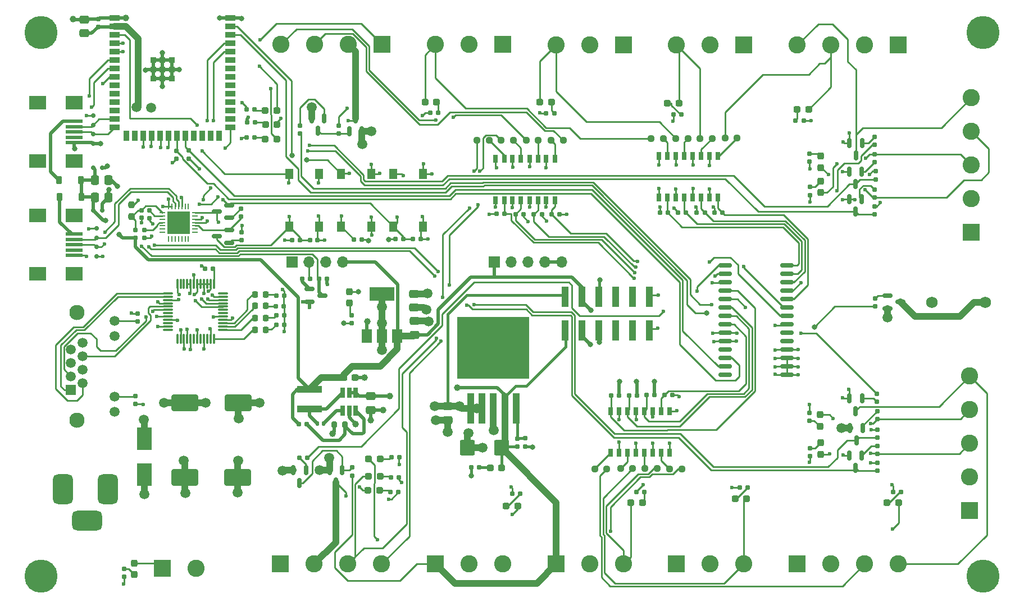
<source format=gbr>
G04 #@! TF.GenerationSoftware,KiCad,Pcbnew,7.0.11+dfsg-1build4*
G04 #@! TF.CreationDate,2025-12-11T12:27:05-06:00*
G04 #@! TF.ProjectId,access-controller,61636365-7373-42d6-936f-6e74726f6c6c,rev?*
G04 #@! TF.SameCoordinates,Original*
G04 #@! TF.FileFunction,Copper,L1,Top*
G04 #@! TF.FilePolarity,Positive*
%FSLAX46Y46*%
G04 Gerber Fmt 4.6, Leading zero omitted, Abs format (unit mm)*
G04 Created by KiCad (PCBNEW 7.0.11+dfsg-1build4) date 2025-12-11 12:27:05*
%MOMM*%
%LPD*%
G01*
G04 APERTURE LIST*
G04 Aperture macros list*
%AMRoundRect*
0 Rectangle with rounded corners*
0 $1 Rounding radius*
0 $2 $3 $4 $5 $6 $7 $8 $9 X,Y pos of 4 corners*
0 Add a 4 corners polygon primitive as box body*
4,1,4,$2,$3,$4,$5,$6,$7,$8,$9,$2,$3,0*
0 Add four circle primitives for the rounded corners*
1,1,$1+$1,$2,$3*
1,1,$1+$1,$4,$5*
1,1,$1+$1,$6,$7*
1,1,$1+$1,$8,$9*
0 Add four rect primitives between the rounded corners*
20,1,$1+$1,$2,$3,$4,$5,0*
20,1,$1+$1,$4,$5,$6,$7,0*
20,1,$1+$1,$6,$7,$8,$9,0*
20,1,$1+$1,$8,$9,$2,$3,0*%
G04 Aperture macros list end*
G04 #@! TA.AperFunction,SMDPad,CuDef*
%ADD10RoundRect,0.160000X0.197500X0.160000X-0.197500X0.160000X-0.197500X-0.160000X0.197500X-0.160000X0*%
G04 #@! TD*
G04 #@! TA.AperFunction,SMDPad,CuDef*
%ADD11RoundRect,0.160000X-0.197500X-0.160000X0.197500X-0.160000X0.197500X0.160000X-0.197500X0.160000X0*%
G04 #@! TD*
G04 #@! TA.AperFunction,SMDPad,CuDef*
%ADD12RoundRect,0.160000X0.160000X-0.197500X0.160000X0.197500X-0.160000X0.197500X-0.160000X-0.197500X0*%
G04 #@! TD*
G04 #@! TA.AperFunction,SMDPad,CuDef*
%ADD13RoundRect,0.160000X-0.160000X0.197500X-0.160000X-0.197500X0.160000X-0.197500X0.160000X0.197500X0*%
G04 #@! TD*
G04 #@! TA.AperFunction,SMDPad,CuDef*
%ADD14RoundRect,0.150000X-0.150000X0.587500X-0.150000X-0.587500X0.150000X-0.587500X0.150000X0.587500X0*%
G04 #@! TD*
G04 #@! TA.AperFunction,SMDPad,CuDef*
%ADD15RoundRect,0.150000X-0.587500X-0.150000X0.587500X-0.150000X0.587500X0.150000X-0.587500X0.150000X0*%
G04 #@! TD*
G04 #@! TA.AperFunction,SMDPad,CuDef*
%ADD16RoundRect,0.237500X-0.287500X-0.237500X0.287500X-0.237500X0.287500X0.237500X-0.287500X0.237500X0*%
G04 #@! TD*
G04 #@! TA.AperFunction,SMDPad,CuDef*
%ADD17RoundRect,0.237500X0.287500X0.237500X-0.287500X0.237500X-0.287500X-0.237500X0.287500X-0.237500X0*%
G04 #@! TD*
G04 #@! TA.AperFunction,SMDPad,CuDef*
%ADD18RoundRect,0.237500X-0.237500X0.287500X-0.237500X-0.287500X0.237500X-0.287500X0.237500X0.287500X0*%
G04 #@! TD*
G04 #@! TA.AperFunction,SMDPad,CuDef*
%ADD19RoundRect,0.237500X0.237500X-0.287500X0.237500X0.287500X-0.237500X0.287500X-0.237500X-0.287500X0*%
G04 #@! TD*
G04 #@! TA.AperFunction,SMDPad,CuDef*
%ADD20RoundRect,0.218750X0.218750X0.256250X-0.218750X0.256250X-0.218750X-0.256250X0.218750X-0.256250X0*%
G04 #@! TD*
G04 #@! TA.AperFunction,SMDPad,CuDef*
%ADD21RoundRect,0.250000X-0.475000X0.337500X-0.475000X-0.337500X0.475000X-0.337500X0.475000X0.337500X0*%
G04 #@! TD*
G04 #@! TA.AperFunction,SMDPad,CuDef*
%ADD22RoundRect,0.250000X0.475000X-0.337500X0.475000X0.337500X-0.475000X0.337500X-0.475000X-0.337500X0*%
G04 #@! TD*
G04 #@! TA.AperFunction,SMDPad,CuDef*
%ADD23RoundRect,0.249999X0.875001X0.925001X-0.875001X0.925001X-0.875001X-0.925001X0.875001X-0.925001X0*%
G04 #@! TD*
G04 #@! TA.AperFunction,SMDPad,CuDef*
%ADD24R,2.300000X3.500000*%
G04 #@! TD*
G04 #@! TA.AperFunction,SMDPad,CuDef*
%ADD25RoundRect,0.237500X0.250000X0.237500X-0.250000X0.237500X-0.250000X-0.237500X0.250000X-0.237500X0*%
G04 #@! TD*
G04 #@! TA.AperFunction,SMDPad,CuDef*
%ADD26RoundRect,0.237500X-0.250000X-0.237500X0.250000X-0.237500X0.250000X0.237500X-0.250000X0.237500X0*%
G04 #@! TD*
G04 #@! TA.AperFunction,SMDPad,CuDef*
%ADD27RoundRect,0.150000X-0.875000X-0.150000X0.875000X-0.150000X0.875000X0.150000X-0.875000X0.150000X0*%
G04 #@! TD*
G04 #@! TA.AperFunction,SMDPad,CuDef*
%ADD28R,0.800000X1.300000*%
G04 #@! TD*
G04 #@! TA.AperFunction,SMDPad,CuDef*
%ADD29R,1.500000X2.000000*%
G04 #@! TD*
G04 #@! TA.AperFunction,SMDPad,CuDef*
%ADD30R,3.800000X2.000000*%
G04 #@! TD*
G04 #@! TA.AperFunction,SMDPad,CuDef*
%ADD31R,1.100000X4.600000*%
G04 #@! TD*
G04 #@! TA.AperFunction,SMDPad,CuDef*
%ADD32R,10.800000X9.400000*%
G04 #@! TD*
G04 #@! TA.AperFunction,SMDPad,CuDef*
%ADD33R,1.000000X3.150000*%
G04 #@! TD*
G04 #@! TA.AperFunction,ComponentPad*
%ADD34C,5.000000*%
G04 #@! TD*
G04 #@! TA.AperFunction,ComponentPad*
%ADD35R,2.600000X2.600000*%
G04 #@! TD*
G04 #@! TA.AperFunction,ComponentPad*
%ADD36C,2.600000*%
G04 #@! TD*
G04 #@! TA.AperFunction,SMDPad,CuDef*
%ADD37RoundRect,0.155000X-0.155000X0.212500X-0.155000X-0.212500X0.155000X-0.212500X0.155000X0.212500X0*%
G04 #@! TD*
G04 #@! TA.AperFunction,SMDPad,CuDef*
%ADD38RoundRect,0.155000X-0.212500X-0.155000X0.212500X-0.155000X0.212500X0.155000X-0.212500X0.155000X0*%
G04 #@! TD*
G04 #@! TA.AperFunction,SMDPad,CuDef*
%ADD39R,1.300000X1.550000*%
G04 #@! TD*
G04 #@! TA.AperFunction,ComponentPad*
%ADD40C,2.300000*%
G04 #@! TD*
G04 #@! TA.AperFunction,ComponentPad*
%ADD41C,1.500000*%
G04 #@! TD*
G04 #@! TA.AperFunction,ComponentPad*
%ADD42R,1.500000X1.500000*%
G04 #@! TD*
G04 #@! TA.AperFunction,SMDPad,CuDef*
%ADD43R,2.500000X2.000000*%
G04 #@! TD*
G04 #@! TA.AperFunction,SMDPad,CuDef*
%ADD44R,2.500000X0.500000*%
G04 #@! TD*
G04 #@! TA.AperFunction,ComponentPad*
%ADD45O,1.700000X1.700000*%
G04 #@! TD*
G04 #@! TA.AperFunction,ComponentPad*
%ADD46R,1.700000X1.700000*%
G04 #@! TD*
G04 #@! TA.AperFunction,SMDPad,CuDef*
%ADD47R,0.650000X1.560000*%
G04 #@! TD*
G04 #@! TA.AperFunction,SMDPad,CuDef*
%ADD48RoundRect,0.237500X-0.300000X-0.237500X0.300000X-0.237500X0.300000X0.237500X-0.300000X0.237500X0*%
G04 #@! TD*
G04 #@! TA.AperFunction,SMDPad,CuDef*
%ADD49RoundRect,0.150000X0.200000X-0.150000X0.200000X0.150000X-0.200000X0.150000X-0.200000X-0.150000X0*%
G04 #@! TD*
G04 #@! TA.AperFunction,SMDPad,CuDef*
%ADD50R,3.700000X1.100000*%
G04 #@! TD*
G04 #@! TA.AperFunction,SMDPad,CuDef*
%ADD51RoundRect,0.075000X-0.662500X-0.075000X0.662500X-0.075000X0.662500X0.075000X-0.662500X0.075000X0*%
G04 #@! TD*
G04 #@! TA.AperFunction,SMDPad,CuDef*
%ADD52RoundRect,0.075000X-0.075000X-0.662500X0.075000X-0.662500X0.075000X0.662500X-0.075000X0.662500X0*%
G04 #@! TD*
G04 #@! TA.AperFunction,SMDPad,CuDef*
%ADD53RoundRect,0.150000X0.587500X0.150000X-0.587500X0.150000X-0.587500X-0.150000X0.587500X-0.150000X0*%
G04 #@! TD*
G04 #@! TA.AperFunction,ComponentPad*
%ADD54RoundRect,0.750000X-0.750000X-1.500000X0.750000X-1.500000X0.750000X1.500000X-0.750000X1.500000X0*%
G04 #@! TD*
G04 #@! TA.AperFunction,ComponentPad*
%ADD55RoundRect,0.750000X-1.500000X-0.750000X1.500000X-0.750000X1.500000X0.750000X-1.500000X0.750000X0*%
G04 #@! TD*
G04 #@! TA.AperFunction,SMDPad,CuDef*
%ADD56R,3.350000X3.350000*%
G04 #@! TD*
G04 #@! TA.AperFunction,SMDPad,CuDef*
%ADD57RoundRect,0.062500X-0.337500X0.062500X-0.337500X-0.062500X0.337500X-0.062500X0.337500X0.062500X0*%
G04 #@! TD*
G04 #@! TA.AperFunction,SMDPad,CuDef*
%ADD58RoundRect,0.062500X-0.062500X0.337500X-0.062500X-0.337500X0.062500X-0.337500X0.062500X0.337500X0*%
G04 #@! TD*
G04 #@! TA.AperFunction,SMDPad,CuDef*
%ADD59RoundRect,0.225000X0.225000X0.375000X-0.225000X0.375000X-0.225000X-0.375000X0.225000X-0.375000X0*%
G04 #@! TD*
G04 #@! TA.AperFunction,SMDPad,CuDef*
%ADD60RoundRect,0.150000X0.150000X-0.587500X0.150000X0.587500X-0.150000X0.587500X-0.150000X-0.587500X0*%
G04 #@! TD*
G04 #@! TA.AperFunction,SMDPad,CuDef*
%ADD61RoundRect,0.250000X-1.750000X-1.000000X1.750000X-1.000000X1.750000X1.000000X-1.750000X1.000000X0*%
G04 #@! TD*
G04 #@! TA.AperFunction,SMDPad,CuDef*
%ADD62RoundRect,0.155000X0.155000X-0.212500X0.155000X0.212500X-0.155000X0.212500X-0.155000X-0.212500X0*%
G04 #@! TD*
G04 #@! TA.AperFunction,SMDPad,CuDef*
%ADD63RoundRect,0.250000X-0.337500X-0.475000X0.337500X-0.475000X0.337500X0.475000X-0.337500X0.475000X0*%
G04 #@! TD*
G04 #@! TA.AperFunction,SMDPad,CuDef*
%ADD64RoundRect,0.150000X-0.200000X0.150000X-0.200000X-0.150000X0.200000X-0.150000X0.200000X0.150000X0*%
G04 #@! TD*
G04 #@! TA.AperFunction,SMDPad,CuDef*
%ADD65RoundRect,0.237500X-0.237500X0.250000X-0.237500X-0.250000X0.237500X-0.250000X0.237500X0.250000X0*%
G04 #@! TD*
G04 #@! TA.AperFunction,SMDPad,CuDef*
%ADD66RoundRect,0.140000X0.140000X0.170000X-0.140000X0.170000X-0.140000X-0.170000X0.140000X-0.170000X0*%
G04 #@! TD*
G04 #@! TA.AperFunction,ComponentPad*
%ADD67C,1.750000*%
G04 #@! TD*
G04 #@! TA.AperFunction,SMDPad,CuDef*
%ADD68RoundRect,0.200000X0.200000X0.275000X-0.200000X0.275000X-0.200000X-0.275000X0.200000X-0.275000X0*%
G04 #@! TD*
G04 #@! TA.AperFunction,SMDPad,CuDef*
%ADD69R,1.500000X0.900000*%
G04 #@! TD*
G04 #@! TA.AperFunction,SMDPad,CuDef*
%ADD70R,0.900000X1.500000*%
G04 #@! TD*
G04 #@! TA.AperFunction,SMDPad,CuDef*
%ADD71R,0.900000X0.900000*%
G04 #@! TD*
G04 #@! TA.AperFunction,SMDPad,CuDef*
%ADD72RoundRect,0.150000X-0.150000X-0.200000X0.150000X-0.200000X0.150000X0.200000X-0.150000X0.200000X0*%
G04 #@! TD*
G04 #@! TA.AperFunction,ViaPad*
%ADD73C,0.600000*%
G04 #@! TD*
G04 #@! TA.AperFunction,ViaPad*
%ADD74C,1.500000*%
G04 #@! TD*
G04 #@! TA.AperFunction,ViaPad*
%ADD75C,0.800000*%
G04 #@! TD*
G04 #@! TA.AperFunction,ViaPad*
%ADD76C,1.000000*%
G04 #@! TD*
G04 #@! TA.AperFunction,ViaPad*
%ADD77C,2.500000*%
G04 #@! TD*
G04 #@! TA.AperFunction,Conductor*
%ADD78C,0.250000*%
G04 #@! TD*
G04 #@! TA.AperFunction,Conductor*
%ADD79C,0.500000*%
G04 #@! TD*
G04 #@! TA.AperFunction,Conductor*
%ADD80C,0.400000*%
G04 #@! TD*
G04 #@! TA.AperFunction,Conductor*
%ADD81C,1.000000*%
G04 #@! TD*
G04 APERTURE END LIST*
D10*
X127947500Y-86000000D03*
X126752500Y-86000000D03*
D11*
X124252500Y-86000000D03*
X125447500Y-86000000D03*
X115805000Y-64650000D03*
X117000000Y-64650000D03*
X115900000Y-62400000D03*
X117095000Y-62400000D03*
X115850000Y-60450000D03*
X117045000Y-60450000D03*
D10*
X137702500Y-112950000D03*
X138897500Y-112950000D03*
D12*
X200700000Y-67150000D03*
X200700000Y-68345000D03*
D13*
X200650000Y-106202500D03*
X200650000Y-107397500D03*
D14*
X208562500Y-112662500D03*
X206662500Y-112662500D03*
X207612500Y-114537500D03*
X208600000Y-104075000D03*
X206700000Y-104075000D03*
X207650000Y-105950000D03*
X208700000Y-108500000D03*
X206800000Y-108500000D03*
X207750000Y-110375000D03*
X207600000Y-75850000D03*
X206650000Y-73975000D03*
X208550000Y-73975000D03*
D15*
X125362500Y-87550000D03*
X125362500Y-89450000D03*
X127237500Y-88500000D03*
D16*
X118650000Y-64900000D03*
X120400000Y-64900000D03*
X118700000Y-62700000D03*
X120450000Y-62700000D03*
X118650000Y-60600000D03*
X120400000Y-60600000D03*
D17*
X136000000Y-113200000D03*
X134250000Y-113200000D03*
D18*
X202400000Y-67452500D03*
X202400000Y-69202500D03*
D19*
X202250000Y-108250000D03*
X202250000Y-106500000D03*
D17*
X144475000Y-59300000D03*
X142725000Y-59300000D03*
X161800000Y-59300000D03*
X160050000Y-59300000D03*
D18*
X202400000Y-71250000D03*
X202400000Y-73000000D03*
D17*
X136000000Y-115800000D03*
X134250000Y-115800000D03*
D18*
X202350000Y-110725000D03*
X202350000Y-112475000D03*
D17*
X135897500Y-117900000D03*
X134147500Y-117900000D03*
D16*
X154975000Y-120250000D03*
X156725000Y-120250000D03*
D17*
X175502500Y-119800000D03*
X173752500Y-119800000D03*
D16*
X179300000Y-59500000D03*
X181050000Y-59500000D03*
X212400000Y-119800000D03*
X214150000Y-119800000D03*
D20*
X117112500Y-91900000D03*
X118687500Y-91900000D03*
D21*
X146175000Y-105250000D03*
X146175000Y-107325000D03*
D22*
X141179000Y-94435500D03*
X141179000Y-92360500D03*
D21*
X141075000Y-88275000D03*
X141075000Y-90350000D03*
D23*
X154250000Y-111510000D03*
X149150000Y-111510000D03*
D24*
X100400000Y-115550000D03*
X100400000Y-110150000D03*
D13*
X123900000Y-62905000D03*
X123900000Y-64100000D03*
D11*
X123800000Y-113000000D03*
X124995000Y-113000000D03*
D13*
X131740000Y-114483500D03*
X131740000Y-115678500D03*
D12*
X129700000Y-64102500D03*
X129700000Y-62907500D03*
D25*
X189762500Y-64750000D03*
X187937500Y-64750000D03*
X186000000Y-64800000D03*
X184175000Y-64800000D03*
X182362500Y-64800000D03*
X180537500Y-64800000D03*
X178662500Y-64800000D03*
X176837500Y-64800000D03*
D26*
X168330000Y-114700000D03*
X170155000Y-114700000D03*
X172192500Y-114650000D03*
X174017500Y-114650000D03*
X175905000Y-114650000D03*
X177730000Y-114650000D03*
X179605000Y-114700000D03*
X181430000Y-114700000D03*
D27*
X187975000Y-83995000D03*
X187975000Y-85265000D03*
X187975000Y-86535000D03*
X187975000Y-87805000D03*
X187975000Y-89075000D03*
X187975000Y-90345000D03*
X187975000Y-91615000D03*
X187975000Y-92885000D03*
X187975000Y-94155000D03*
X187975000Y-95425000D03*
X187975000Y-96695000D03*
X187975000Y-97965000D03*
X187975000Y-99235000D03*
X187975000Y-100505000D03*
X197275000Y-100505000D03*
X197275000Y-99235000D03*
X197275000Y-97965000D03*
X197275000Y-96695000D03*
X197275000Y-95425000D03*
X197275000Y-94155000D03*
X197275000Y-92885000D03*
X197275000Y-91615000D03*
X197275000Y-90345000D03*
X197275000Y-89075000D03*
X197275000Y-87805000D03*
X197275000Y-86535000D03*
X197275000Y-85265000D03*
X197275000Y-83995000D03*
D28*
X186890000Y-67450000D03*
X185610000Y-67450000D03*
X184350000Y-67450000D03*
X183080000Y-67450000D03*
X181800000Y-67450000D03*
X180530000Y-67450000D03*
X179270000Y-67450000D03*
X177990000Y-67450000D03*
X177990000Y-73750000D03*
X179270000Y-73750000D03*
X180530000Y-73750000D03*
X181800000Y-73750000D03*
X183080000Y-73750000D03*
X184350000Y-73750000D03*
X185610000Y-73750000D03*
X186890000Y-73750000D03*
X170705000Y-112250000D03*
X171985000Y-112250000D03*
X173245000Y-112250000D03*
X174515000Y-112250000D03*
X175795000Y-112250000D03*
X177065000Y-112250000D03*
X178325000Y-112250000D03*
X179605000Y-112250000D03*
X179605000Y-105950000D03*
X178325000Y-105950000D03*
X177065000Y-105950000D03*
X175795000Y-105950000D03*
X174515000Y-105950000D03*
X173245000Y-105950000D03*
X171985000Y-105950000D03*
X170705000Y-105950000D03*
D29*
X133949000Y-94596500D03*
X136249000Y-94596500D03*
D30*
X136249000Y-88296500D03*
D29*
X138549000Y-94596500D03*
D31*
X156450000Y-105562500D03*
X154750000Y-105562500D03*
D32*
X153050000Y-96412500D03*
D31*
X153050000Y-105562500D03*
X151350000Y-105562500D03*
X149650000Y-105562500D03*
D33*
X163850000Y-93775000D03*
X163850000Y-88725000D03*
X166390000Y-93775000D03*
X166390000Y-88725000D03*
X168930000Y-93775000D03*
X168930000Y-88725000D03*
X171470000Y-93775000D03*
X171470000Y-88725000D03*
X174010000Y-93775000D03*
X174010000Y-88725000D03*
X176550000Y-93775000D03*
X176550000Y-88725000D03*
D10*
X177302500Y-103550000D03*
X176107500Y-103550000D03*
D25*
X156047500Y-65100000D03*
X154222500Y-65100000D03*
D28*
X162287500Y-67850000D03*
X161007500Y-67850000D03*
X159747500Y-67850000D03*
X158477500Y-67850000D03*
X157197500Y-67850000D03*
X155927500Y-67850000D03*
X154667500Y-67850000D03*
X153387500Y-67850000D03*
X153387500Y-74150000D03*
X154667500Y-74150000D03*
X155927500Y-74150000D03*
X157197500Y-74150000D03*
X158477500Y-74150000D03*
X159747500Y-74150000D03*
X161007500Y-74150000D03*
X162287500Y-74150000D03*
D26*
X161735000Y-65100000D03*
X163560000Y-65100000D03*
D25*
X159820000Y-65100000D03*
X157995000Y-65100000D03*
X152397500Y-65100000D03*
X150572500Y-65100000D03*
D34*
X84850000Y-48850000D03*
X226850000Y-48850000D03*
X84850000Y-130850000D03*
X226850000Y-130850000D03*
D12*
X156675000Y-111332500D03*
X156675000Y-110137500D03*
D13*
X157875000Y-110085000D03*
X157875000Y-111280000D03*
D12*
X200750000Y-112745000D03*
X200750000Y-111550000D03*
D16*
X189472000Y-119200000D03*
X191222000Y-119200000D03*
D13*
X210950000Y-111242500D03*
X210950000Y-112437500D03*
D12*
X114987500Y-76597500D03*
X114987500Y-75402500D03*
D10*
X171955000Y-103650000D03*
X170760000Y-103650000D03*
X110795000Y-84447500D03*
X109600000Y-84447500D03*
D15*
X212485000Y-88550000D03*
X212485000Y-90450000D03*
X214360000Y-89500000D03*
D35*
X103155000Y-129705000D03*
D36*
X108235000Y-129705000D03*
D37*
X100000000Y-75632500D03*
X100000000Y-76767500D03*
D35*
X190810000Y-50700000D03*
D36*
X185730000Y-50700000D03*
X180650000Y-50700000D03*
D11*
X138280000Y-80020000D03*
X139475000Y-80020000D03*
X149730000Y-114485000D03*
X150925000Y-114485000D03*
D38*
X140925000Y-80020000D03*
X142060000Y-80020000D03*
D11*
X190200000Y-117500000D03*
X191395000Y-117500000D03*
D39*
X137950000Y-78100000D03*
X137950000Y-70140000D03*
X142450000Y-78100000D03*
X142450000Y-70140000D03*
D40*
X90265000Y-91070000D03*
X90265000Y-107330000D03*
D41*
X95975000Y-92340000D03*
X95975000Y-94630000D03*
X95975000Y-103770000D03*
X95975000Y-106060000D03*
X91155000Y-95648000D03*
X89375000Y-96664000D03*
X91155000Y-97680000D03*
X89375000Y-98696000D03*
X91155000Y-99712000D03*
X89375000Y-100728000D03*
X91155000Y-101744000D03*
D42*
X89375000Y-102760000D03*
D20*
X118687500Y-88400000D03*
X117112500Y-88400000D03*
D43*
X84325000Y-85250000D03*
X89825000Y-85250000D03*
X84325000Y-76450000D03*
X89825000Y-76450000D03*
D44*
X89825000Y-82450000D03*
X89825000Y-81650000D03*
X89825000Y-80850000D03*
X89825000Y-80050000D03*
X89825000Y-79250000D03*
D35*
X144300000Y-129050000D03*
D36*
X149380000Y-129050000D03*
X154460000Y-129050000D03*
D45*
X163355000Y-83455000D03*
X160815000Y-83455000D03*
X158275000Y-83455000D03*
X155735000Y-83455000D03*
D46*
X153195000Y-83455000D03*
D45*
X130335000Y-83455000D03*
X127795000Y-83455000D03*
X125255000Y-83455000D03*
D46*
X122715000Y-83455000D03*
D13*
X210900000Y-105992500D03*
X210900000Y-107187500D03*
D10*
X162997500Y-76250000D03*
X161802500Y-76250000D03*
D35*
X224850000Y-121010000D03*
D36*
X224850000Y-115930000D03*
X224850000Y-110850000D03*
X224850000Y-105770000D03*
X224850000Y-100690000D03*
D13*
X105250000Y-66700000D03*
X105250000Y-67895000D03*
D35*
X162500000Y-129050000D03*
D36*
X167580000Y-129050000D03*
X172660000Y-129050000D03*
D11*
X120270000Y-90147500D03*
X121465000Y-90147500D03*
D38*
X125407500Y-80120000D03*
X126542500Y-80120000D03*
D12*
X210480000Y-65797500D03*
X210480000Y-64602500D03*
D11*
X174602500Y-118200000D03*
X175797500Y-118200000D03*
D16*
X198850000Y-60400000D03*
X200600000Y-60400000D03*
D11*
X213252172Y-118200000D03*
X214447172Y-118200000D03*
D47*
X130350000Y-105925000D03*
X131300000Y-105925000D03*
X132250000Y-105925000D03*
X132250000Y-103225000D03*
X131300000Y-103225000D03*
X130350000Y-103225000D03*
D19*
X131350000Y-89675000D03*
X131350000Y-87925000D03*
D13*
X210480000Y-72505000D03*
X210480000Y-73700000D03*
D12*
X107150000Y-67847500D03*
X107150000Y-66652500D03*
D11*
X155852500Y-118450000D03*
X157047500Y-118450000D03*
D48*
X130462500Y-100925000D03*
X132187500Y-100925000D03*
D11*
X161005000Y-61000000D03*
X162200000Y-61000000D03*
D49*
X92700000Y-61400000D03*
X92700000Y-62800000D03*
D50*
X125325000Y-105675000D03*
X125315000Y-102675000D03*
D35*
X225100000Y-78985000D03*
D36*
X225100000Y-73905000D03*
X225100000Y-68825000D03*
X225100000Y-63745000D03*
X225100000Y-58665000D03*
D13*
X115075000Y-78980000D03*
X115075000Y-80175000D03*
D14*
X208555500Y-69852000D03*
X206655500Y-69852000D03*
X207605500Y-71727000D03*
D19*
X98950000Y-130650000D03*
X98950000Y-128900000D03*
D16*
X152550000Y-114500000D03*
X154300000Y-114500000D03*
D12*
X99425000Y-92422500D03*
X99425000Y-91227500D03*
D13*
X99100000Y-78602500D03*
X99100000Y-79797500D03*
X210850000Y-103390000D03*
X210850000Y-104585000D03*
D11*
X153550000Y-76200000D03*
X154745000Y-76200000D03*
D51*
X103987500Y-88187500D03*
X103987500Y-88687500D03*
X103987500Y-89187500D03*
X103987500Y-89687500D03*
X103987500Y-90187500D03*
X103987500Y-90687500D03*
X103987500Y-91187500D03*
X103987500Y-91687500D03*
X103987500Y-92187500D03*
X103987500Y-92687500D03*
X103987500Y-93187500D03*
X103987500Y-93687500D03*
D52*
X105400000Y-95100000D03*
X105900000Y-95100000D03*
X106400000Y-95100000D03*
X106900000Y-95100000D03*
X107400000Y-95100000D03*
X107900000Y-95100000D03*
X108400000Y-95100000D03*
X108900000Y-95100000D03*
X109400000Y-95100000D03*
X109900000Y-95100000D03*
X110400000Y-95100000D03*
X110900000Y-95100000D03*
D51*
X112312500Y-93687500D03*
X112312500Y-93187500D03*
X112312500Y-92687500D03*
X112312500Y-92187500D03*
X112312500Y-91687500D03*
X112312500Y-91187500D03*
X112312500Y-90687500D03*
X112312500Y-90187500D03*
X112312500Y-89687500D03*
X112312500Y-89187500D03*
X112312500Y-88687500D03*
X112312500Y-88187500D03*
D52*
X110900000Y-86775000D03*
X110400000Y-86775000D03*
X109900000Y-86775000D03*
X109400000Y-86775000D03*
X108900000Y-86775000D03*
X108400000Y-86775000D03*
X107900000Y-86775000D03*
X107400000Y-86775000D03*
X106900000Y-86775000D03*
X106400000Y-86775000D03*
X105900000Y-86775000D03*
X105400000Y-86775000D03*
D14*
X208630000Y-65475000D03*
X206730000Y-65475000D03*
X207680000Y-67350000D03*
D53*
X113200000Y-76800000D03*
X113200000Y-74900000D03*
X111325000Y-75850000D03*
D54*
X94925000Y-117725000D03*
X88125000Y-117725000D03*
D55*
X91825000Y-122525000D03*
D11*
X186352500Y-76000000D03*
X187547500Y-76000000D03*
D12*
X101175000Y-76872500D03*
X101175000Y-75677500D03*
D56*
X105580000Y-77500000D03*
D57*
X108030000Y-76000000D03*
X108030000Y-76500000D03*
X108030000Y-77000000D03*
X108030000Y-77500000D03*
X108030000Y-78000000D03*
X108030000Y-78500000D03*
X108030000Y-79000000D03*
D58*
X107080000Y-79950000D03*
X106580000Y-79950000D03*
X106080000Y-79950000D03*
X105580000Y-79950000D03*
X105080000Y-79950000D03*
X104580000Y-79950000D03*
X104080000Y-79950000D03*
D57*
X103130000Y-79000000D03*
X103130000Y-78500000D03*
X103130000Y-78000000D03*
X103130000Y-77500000D03*
X103130000Y-77000000D03*
X103130000Y-76500000D03*
X103130000Y-76000000D03*
D58*
X104080000Y-75050000D03*
X104580000Y-75050000D03*
X105080000Y-75050000D03*
X105580000Y-75050000D03*
X106080000Y-75050000D03*
X106580000Y-75050000D03*
X107080000Y-75050000D03*
D20*
X118687500Y-90100000D03*
X117112500Y-90100000D03*
D59*
X90900000Y-71100000D03*
X87600000Y-71100000D03*
D60*
X131300000Y-63702500D03*
X133200000Y-63702500D03*
X132250000Y-61827500D03*
D11*
X180202500Y-61200000D03*
X181397500Y-61200000D03*
D35*
X154460000Y-50650000D03*
D36*
X149380000Y-50650000D03*
X144300000Y-50650000D03*
D35*
X120950000Y-129050000D03*
D36*
X126030000Y-129050000D03*
X131110000Y-129050000D03*
X136190000Y-129050000D03*
D11*
X120300000Y-88547500D03*
X121495000Y-88547500D03*
D35*
X198850000Y-129050000D03*
D36*
X203930000Y-129050000D03*
X209010000Y-129050000D03*
X214090000Y-129050000D03*
D61*
X106517500Y-115950000D03*
X114517500Y-115950000D03*
D14*
X130240000Y-114881000D03*
X128340000Y-114881000D03*
X129290000Y-116756000D03*
D10*
X133225000Y-80070000D03*
X132030000Y-80070000D03*
D35*
X214090000Y-50700000D03*
D36*
X209010000Y-50700000D03*
X203930000Y-50700000D03*
X198850000Y-50700000D03*
D12*
X210600000Y-90170000D03*
X210600000Y-88975000D03*
D10*
X138745000Y-118150000D03*
X137550000Y-118150000D03*
D21*
X134550000Y-103712500D03*
X134550000Y-105787500D03*
D12*
X200800000Y-73347500D03*
X200800000Y-72152500D03*
D11*
X180855000Y-76050000D03*
X182050000Y-76050000D03*
D62*
X93450000Y-47967500D03*
X93450000Y-46832500D03*
D35*
X172650000Y-50700000D03*
D36*
X167570000Y-50700000D03*
X162490000Y-50700000D03*
D20*
X118687500Y-93700000D03*
X117112500Y-93700000D03*
D63*
X92950000Y-71100000D03*
X95025000Y-71100000D03*
D64*
X92700000Y-65600000D03*
X92700000Y-64200000D03*
D12*
X210950000Y-109932500D03*
X210950000Y-108737500D03*
D10*
X160345000Y-76250000D03*
X159150000Y-76250000D03*
D11*
X120297500Y-91547500D03*
X121492500Y-91547500D03*
D65*
X98500000Y-74790000D03*
X98500000Y-76615000D03*
D66*
X127475000Y-107825000D03*
X126515000Y-107825000D03*
D67*
X219175000Y-89600000D03*
X227175000Y-89600000D03*
D13*
X99100000Y-103700000D03*
X99100000Y-104895000D03*
D12*
X97400000Y-131000000D03*
X97400000Y-129805000D03*
D10*
X157595000Y-76250000D03*
X156400000Y-76250000D03*
X138795000Y-115950000D03*
X137600000Y-115950000D03*
D12*
X210630000Y-70975000D03*
X210630000Y-69780000D03*
D43*
X84375000Y-68250000D03*
X89875000Y-68250000D03*
X84375000Y-59450000D03*
X89875000Y-59450000D03*
D44*
X89875000Y-65450000D03*
X89875000Y-64650000D03*
X89875000Y-63850000D03*
X89875000Y-63050000D03*
X89875000Y-62250000D03*
D12*
X210950000Y-114937500D03*
X210950000Y-113742500D03*
D22*
X91400000Y-48932500D03*
X91400000Y-46857500D03*
D68*
X130700000Y-108050000D03*
X129050000Y-108050000D03*
D49*
X93200000Y-78400000D03*
X93200000Y-79800000D03*
D35*
X180600000Y-129050000D03*
D36*
X185680000Y-129050000D03*
X190760000Y-129050000D03*
D12*
X131677000Y-92704000D03*
X131677000Y-91509000D03*
D10*
X199795000Y-62100000D03*
X198600000Y-62100000D03*
D11*
X183702500Y-76000000D03*
X184897500Y-76000000D03*
D39*
X122250000Y-78100000D03*
X122250000Y-70140000D03*
X126750000Y-78100000D03*
X126750000Y-70140000D03*
D12*
X210480000Y-76295000D03*
X210480000Y-75100000D03*
D10*
X180000000Y-103550000D03*
X178805000Y-103550000D03*
D69*
X95925000Y-46660000D03*
X95925000Y-47930000D03*
X95925000Y-49200000D03*
X95925000Y-50470000D03*
X95925000Y-51740000D03*
X95925000Y-53010000D03*
X95925000Y-54280000D03*
X95925000Y-55550000D03*
X95925000Y-56820000D03*
X95925000Y-58090000D03*
X95925000Y-59360000D03*
X95925000Y-60630000D03*
X95925000Y-61900000D03*
X95925000Y-63170000D03*
D70*
X97690000Y-64420000D03*
X98960000Y-64420000D03*
X100230000Y-64420000D03*
X101500000Y-64420000D03*
X102770000Y-64420000D03*
X104040000Y-64420000D03*
X105310000Y-64420000D03*
X106580000Y-64420000D03*
X107850000Y-64420000D03*
X109120000Y-64420000D03*
X110390000Y-64420000D03*
X111660000Y-64420000D03*
D69*
X113425000Y-63170000D03*
X113425000Y-61900000D03*
X113425000Y-60630000D03*
X113425000Y-59360000D03*
X113425000Y-58090000D03*
X113425000Y-56820000D03*
X113425000Y-55550000D03*
X113425000Y-54280000D03*
X113425000Y-53010000D03*
X113425000Y-51740000D03*
X113425000Y-50470000D03*
X113425000Y-49200000D03*
X113425000Y-47930000D03*
X113425000Y-46660000D03*
D71*
X101775000Y-52980000D03*
X101775000Y-54380000D03*
X101775000Y-55780000D03*
X101775000Y-55780000D03*
X103175000Y-52980000D03*
X103175000Y-52980000D03*
X103175000Y-54380000D03*
X103175000Y-55780000D03*
X104575000Y-52980000D03*
X104575000Y-54380000D03*
X104575000Y-55780000D03*
D64*
X93200000Y-82600000D03*
X93200000Y-81200000D03*
D14*
X124790000Y-114906000D03*
X122890000Y-114906000D03*
X123840000Y-116781000D03*
D61*
X106567500Y-104700000D03*
X114567500Y-104700000D03*
D11*
X120300000Y-92947500D03*
X121495000Y-92947500D03*
D35*
X136240000Y-50650000D03*
D36*
X131160000Y-50650000D03*
X126080000Y-50650000D03*
X121000000Y-50650000D03*
D11*
X123700000Y-107900000D03*
X124895000Y-107900000D03*
D63*
X92962500Y-73750000D03*
X95037500Y-73750000D03*
D11*
X143550000Y-60950000D03*
X144745000Y-60950000D03*
X178150000Y-76050000D03*
X179345000Y-76050000D03*
D10*
X174655000Y-103600000D03*
X173460000Y-103600000D03*
D53*
X113237500Y-80550000D03*
X113237500Y-78650000D03*
X111362500Y-79600000D03*
D72*
X94100000Y-69200000D03*
X92700000Y-69200000D03*
D39*
X130100000Y-78100000D03*
X130100000Y-70140000D03*
X134600000Y-78100000D03*
X134600000Y-70140000D03*
D12*
X210480000Y-68400000D03*
X210480000Y-67205000D03*
D13*
X100400000Y-78602500D03*
X100400000Y-79797500D03*
D59*
X90950000Y-73650000D03*
X87650000Y-73650000D03*
D14*
X127550000Y-61765000D03*
X125650000Y-61765000D03*
X126600000Y-63640000D03*
D11*
X122677500Y-80120000D03*
X123872500Y-80120000D03*
D72*
X94100000Y-75700000D03*
X92700000Y-75700000D03*
D73*
X116100000Y-61650000D03*
X128050000Y-86850000D03*
X124350000Y-89450000D03*
X125350000Y-90300000D03*
D74*
X126850000Y-114900000D03*
D75*
X106475000Y-77050000D03*
D74*
X114625000Y-107125000D03*
D73*
X139200000Y-116750000D03*
D74*
X114550000Y-113450000D03*
D73*
X199000000Y-98025000D03*
X91722702Y-61377298D03*
X127600000Y-80125000D03*
X189000000Y-117500000D03*
X155700000Y-117400000D03*
X200700000Y-105000000D03*
D75*
X89900000Y-66400000D03*
X115075000Y-46675000D03*
D76*
X89675000Y-46800000D03*
D73*
X106900000Y-93650000D03*
X206625000Y-102650000D03*
X186300000Y-95450000D03*
X155950000Y-69125000D03*
X177056284Y-106825000D03*
X198950000Y-99275000D03*
X108400000Y-93725000D03*
X143775000Y-70150000D03*
X180575000Y-68825000D03*
X91725000Y-82600000D03*
X160000000Y-60900000D03*
X126675000Y-71525000D03*
X142375000Y-76600000D03*
D77*
X156250000Y-98325000D03*
D74*
X153100000Y-108850000D03*
D75*
X130500000Y-92700000D03*
D74*
X143250000Y-92400000D03*
D73*
X99475000Y-74125000D03*
D75*
X105000000Y-78100000D03*
D73*
X158500000Y-69075000D03*
X189675000Y-95425000D03*
X97300000Y-132100000D03*
X205775000Y-65350000D03*
X200720683Y-113685502D03*
D74*
X125625000Y-60075000D03*
D73*
X178000000Y-68850000D03*
X105600000Y-89150000D03*
D74*
X149250000Y-109275000D03*
D73*
X195525000Y-100425000D03*
D74*
X151375000Y-111500000D03*
D73*
X183125000Y-68850000D03*
D77*
X153025000Y-98200000D03*
D74*
X133275000Y-65650000D03*
D73*
X101552298Y-79597702D03*
D76*
X132300000Y-107900000D03*
D73*
X107300000Y-88200000D03*
X180675000Y-105925000D03*
X207525000Y-74025000D03*
D77*
X150150000Y-98250000D03*
D73*
X134600000Y-68750000D03*
D74*
X144350000Y-107375000D03*
D73*
X110825000Y-91725000D03*
X180100000Y-62200000D03*
X205725000Y-112625000D03*
X185650000Y-68900000D03*
X183150000Y-72350000D03*
D75*
X103125000Y-51875000D03*
D73*
X109400000Y-88175000D03*
X155927500Y-75222494D03*
D75*
X111800000Y-46625000D03*
X100625000Y-54525000D03*
D76*
X134525000Y-107325000D03*
D73*
X138850000Y-114050000D03*
X92050000Y-78425000D03*
D74*
X205525000Y-108550000D03*
D75*
X103175000Y-57000000D03*
D76*
X134025000Y-92450000D03*
D73*
X134681792Y-79392026D03*
X175600000Y-117100000D03*
X153375000Y-75175000D03*
D74*
X212425000Y-91875000D03*
X121250000Y-114975000D03*
D75*
X149700000Y-115700000D03*
D73*
X174574798Y-107225202D03*
X178000000Y-72375000D03*
X158477500Y-75125000D03*
X200750000Y-69400000D03*
X121296814Y-87628186D03*
D74*
X134625000Y-63750000D03*
D73*
X134600000Y-76700000D03*
D75*
X96364492Y-72060508D03*
D73*
X142350000Y-61400000D03*
D75*
X95075000Y-72550000D03*
D73*
X205650000Y-103950000D03*
X105400000Y-92225000D03*
D75*
X104900000Y-76850000D03*
D73*
X172000000Y-107250000D03*
X205675000Y-74025000D03*
X94200000Y-82600000D03*
X110300000Y-93500000D03*
D75*
X106375000Y-78300000D03*
D73*
X195500000Y-98000000D03*
X200900000Y-62100000D03*
D75*
X94825000Y-68972502D03*
D73*
X195550000Y-99275000D03*
D74*
X146125000Y-109100000D03*
D76*
X136375000Y-105825000D03*
D77*
X156075000Y-95275000D03*
D73*
X177875000Y-88425000D03*
X213147172Y-117100000D03*
D74*
X128325000Y-113025000D03*
D73*
X126700000Y-76550000D03*
D75*
X93800000Y-65600000D03*
D73*
X199025000Y-100475000D03*
D76*
X128800000Y-109375000D03*
D75*
X105725000Y-54400000D03*
D74*
X100325000Y-107275000D03*
D73*
X135950000Y-70100000D03*
D74*
X114475000Y-118225000D03*
D73*
X177025000Y-110825000D03*
D76*
X133625000Y-100875000D03*
D73*
X177800000Y-93475000D03*
D74*
X142900000Y-90700000D03*
D73*
X105900000Y-93725000D03*
D77*
X150375000Y-95350000D03*
D73*
X110057299Y-87900029D03*
X161007500Y-75149998D03*
X106025000Y-73725000D03*
X143150000Y-80025000D03*
D76*
X97650000Y-46600000D03*
D75*
X158950000Y-111375000D03*
D73*
X160975000Y-69200000D03*
X121500000Y-94000000D03*
X172000000Y-110650000D03*
X100000000Y-77549998D03*
X206700000Y-63975000D03*
X185600000Y-72450000D03*
D77*
X153200000Y-95025000D03*
D73*
X153500000Y-69200000D03*
X200800000Y-74375000D03*
X142475000Y-68650000D03*
X107950000Y-88375000D03*
X115050000Y-64850000D03*
X105723217Y-88410696D03*
X180525000Y-72425000D03*
X179625000Y-110850000D03*
X205700000Y-69850000D03*
D74*
X117775000Y-104700000D03*
D73*
X174525000Y-110775000D03*
D75*
X167675000Y-95900000D03*
X167725000Y-90750000D03*
X94575000Y-77225000D03*
X96606818Y-79296591D03*
D73*
X112275000Y-74025000D03*
X138550000Y-76675000D03*
X112625000Y-66250000D03*
X139500000Y-70400000D03*
D74*
X147925000Y-105250000D03*
X106375000Y-113450000D03*
X103425000Y-104700000D03*
D73*
X132850000Y-117400000D03*
D74*
X106575000Y-118350000D03*
D73*
X117850000Y-49950000D03*
D74*
X144200000Y-105250000D03*
D73*
X117750000Y-53950000D03*
D74*
X109650000Y-104725000D03*
X150575000Y-105562500D03*
D73*
X100250000Y-104950000D03*
D74*
X100425000Y-118475000D03*
D73*
X130975000Y-60300000D03*
D76*
X147600000Y-102400000D03*
X137400000Y-103700000D03*
D73*
X122250000Y-76575000D03*
X109150000Y-66725000D03*
X122200000Y-71550000D03*
X108400000Y-62800000D03*
X213200000Y-123750000D03*
X203750000Y-112400000D03*
X209950000Y-112350000D03*
X209950000Y-107850000D03*
X204250000Y-107050000D03*
X204800000Y-68650000D03*
X209150000Y-67800000D03*
X209100000Y-72550000D03*
X203525000Y-70292900D03*
X125333514Y-65882702D03*
X97200000Y-50400000D03*
X125100000Y-66700000D03*
X97200000Y-51700000D03*
X150100000Y-89900000D03*
X101978879Y-80900768D03*
X92175000Y-58400000D03*
X144700000Y-84900000D03*
X92500000Y-60100000D03*
X101100000Y-81200000D03*
X144228504Y-85607245D03*
X149000000Y-90000000D03*
X170700000Y-124100000D03*
X155850000Y-121550000D03*
X94400000Y-80725000D03*
X94475000Y-79000000D03*
X101475000Y-66050000D03*
X109075000Y-89075000D03*
X101672010Y-90930841D03*
X100651974Y-91761165D03*
X111575000Y-77475000D03*
X115150000Y-77975000D03*
X130175000Y-76500000D03*
D75*
X124925000Y-68050000D03*
D73*
X131375000Y-70100000D03*
D75*
X122673008Y-67351992D03*
D73*
X110450000Y-72325000D03*
X109875000Y-77261850D03*
X109950000Y-62150004D03*
X109300000Y-74025000D03*
X108759697Y-74710990D03*
X109182099Y-76769517D03*
X111497983Y-73680400D03*
X110844351Y-62089755D03*
X119500000Y-57300000D03*
X147000000Y-61625000D03*
X144350000Y-62050000D03*
X145169300Y-95427893D03*
X149450000Y-75300000D03*
X135550000Y-125350000D03*
X150108579Y-69775000D03*
X145412970Y-88830658D03*
X174550000Y-84250000D03*
X190742752Y-84107248D03*
X174243280Y-85919721D03*
X186050000Y-86575000D03*
X131150000Y-62150000D03*
X115200002Y-59450000D03*
X121000000Y-61800000D03*
X137250000Y-119250000D03*
X130800000Y-118750000D03*
X144450000Y-94975000D03*
X146400000Y-86975000D03*
X150700000Y-74800000D03*
X151004192Y-69775000D03*
X174778013Y-83380776D03*
X185575000Y-83475000D03*
X186475000Y-85575000D03*
X174352732Y-85076795D03*
X100250000Y-66075000D03*
X108162222Y-89279127D03*
X104000000Y-66200000D03*
X110000000Y-89025000D03*
X102850000Y-66175000D03*
X110675000Y-88450000D03*
X211375000Y-74525000D03*
D75*
X177325000Y-101475000D03*
X132700000Y-87975000D03*
D73*
X183600000Y-75125000D03*
X161075000Y-77250000D03*
D75*
X174625000Y-101525000D03*
D73*
X198975000Y-96700000D03*
X186075000Y-94200000D03*
X180250000Y-75300000D03*
X103225000Y-75075000D03*
D75*
X168975000Y-95600000D03*
D73*
X189725000Y-94250000D03*
X107400000Y-96650000D03*
X186175000Y-75125000D03*
X102300000Y-91700000D03*
D75*
X134225000Y-80225000D03*
D73*
X102500000Y-93200000D03*
X106425000Y-96600000D03*
X178200000Y-75125000D03*
X209700000Y-70225000D03*
X209875000Y-113775000D03*
D74*
X143075000Y-88200000D03*
D73*
X98500000Y-91125000D03*
D75*
X137275000Y-80075000D03*
D73*
X121600000Y-80125000D03*
D75*
X169125000Y-86150000D03*
X172025000Y-101500000D03*
D74*
X136249000Y-92650000D03*
D73*
X164075000Y-76250000D03*
X113750000Y-91950000D03*
D74*
X136225000Y-96750000D03*
X101425000Y-60150000D03*
D73*
X109425000Y-96575000D03*
X104675000Y-68509599D03*
X104075000Y-73975000D03*
D74*
X136249000Y-90250000D03*
D73*
X108725000Y-69375000D03*
X107900000Y-85425000D03*
X181000000Y-103775000D03*
D74*
X99275000Y-60100000D03*
D73*
X109109910Y-84025000D03*
X195550000Y-96725000D03*
X102500000Y-89475000D03*
X101675000Y-77725000D03*
X210000000Y-108775000D03*
X158300000Y-77325000D03*
X152400000Y-76250000D03*
D75*
X201450000Y-93250000D03*
X185225000Y-91125000D03*
D73*
X94200000Y-56500000D03*
X100050000Y-81050000D03*
X191050000Y-90325000D03*
X199450000Y-94200000D03*
X204800000Y-72700000D03*
X199375000Y-86600000D03*
X178650000Y-90900000D03*
X183725000Y-87825000D03*
X195525000Y-93000000D03*
X185925000Y-89875000D03*
D78*
X110844351Y-53320649D02*
X110844351Y-62089755D01*
X112425000Y-51740000D02*
X110844351Y-53320649D01*
X113425000Y-50470000D02*
X112425000Y-50470000D01*
X112425000Y-50470000D02*
X109950000Y-52945000D01*
X109950000Y-52945000D02*
X109950000Y-62150004D01*
X113425000Y-51740000D02*
X112425000Y-51740000D01*
X124995000Y-113000000D02*
X126670000Y-111325000D01*
X138825000Y-99513172D02*
X145325000Y-93013172D01*
X126670000Y-111325000D02*
X133075000Y-111325000D01*
X145325000Y-93013172D02*
X145325000Y-91375000D01*
X133075000Y-111325000D02*
X138825000Y-105575000D01*
X145325000Y-91375000D02*
X150150000Y-86550000D01*
X138825000Y-105575000D02*
X138825000Y-99513172D01*
X150150000Y-86550000D02*
X164400000Y-86550000D01*
X164400000Y-86550000D02*
X164900000Y-87050000D01*
X166053984Y-91600000D02*
X177950000Y-91600000D01*
X164900000Y-87050000D02*
X164900000Y-90446016D01*
X177950000Y-91600000D02*
X178650000Y-90900000D01*
X164900000Y-90446016D02*
X166053984Y-91600000D01*
D79*
X115900000Y-62400000D02*
X115900000Y-61850000D01*
X115900000Y-61850000D02*
X116100000Y-61650000D01*
D78*
X122250000Y-70140000D02*
X112565000Y-70140000D01*
D79*
X127947500Y-86000000D02*
X127947500Y-86747500D01*
X127947500Y-86747500D02*
X128050000Y-86850000D01*
D78*
X126752500Y-86000000D02*
X126500000Y-85747500D01*
X126500000Y-85747500D02*
X126500000Y-83038299D01*
X126500000Y-83038299D02*
X125711701Y-82250000D01*
X125711701Y-82250000D02*
X114900000Y-82250000D01*
X114900000Y-82250000D02*
X114600000Y-82550000D01*
X114600000Y-82550000D02*
X101550000Y-82550000D01*
X101550000Y-82550000D02*
X100050000Y-81050000D01*
X125255000Y-83455000D02*
X125255000Y-85807500D01*
X125255000Y-85807500D02*
X125447500Y-86000000D01*
D79*
X124252500Y-86000000D02*
X124252500Y-86440000D01*
X124252500Y-86440000D02*
X125362500Y-87550000D01*
X127237500Y-88500000D02*
X126752500Y-88015000D01*
X126752500Y-88015000D02*
X126752500Y-86000000D01*
X125362500Y-89450000D02*
X124350000Y-89450000D01*
X125362500Y-89450000D02*
X125362500Y-90287500D01*
X125362500Y-90287500D02*
X125350000Y-90300000D01*
X125315000Y-102675000D02*
X123600000Y-100960000D01*
X117925000Y-83125000D02*
X101061828Y-83125000D01*
X123600000Y-100960000D02*
X123600000Y-88800000D01*
X99100000Y-81163172D02*
X99100000Y-79797500D01*
X123600000Y-88800000D02*
X117925000Y-83125000D01*
X101061828Y-83125000D02*
X99100000Y-81163172D01*
D78*
X121495000Y-87826372D02*
X121296814Y-87628186D01*
X121495000Y-92947500D02*
X121495000Y-91550000D01*
X197275000Y-100505000D02*
X198995000Y-100505000D01*
D80*
X158855000Y-111280000D02*
X158950000Y-111375000D01*
D81*
X149150000Y-111510000D02*
X151365000Y-111510000D01*
D78*
X138795000Y-116345000D02*
X139200000Y-116750000D01*
X110400000Y-86775000D02*
X110400000Y-87557328D01*
X205702000Y-69852000D02*
X205700000Y-69850000D01*
X110400000Y-93600000D02*
X110300000Y-93500000D01*
D79*
X95037500Y-72587500D02*
X95075000Y-72550000D01*
D78*
X97400000Y-131000000D02*
X97400000Y-132000000D01*
D81*
X122890000Y-114906000D02*
X121319000Y-114906000D01*
D78*
X121495000Y-88547500D02*
X121495000Y-87826372D01*
D79*
X93450000Y-46832500D02*
X91425000Y-46832500D01*
D78*
X198995000Y-100505000D02*
X199025000Y-100475000D01*
X108400000Y-86775000D02*
X108400000Y-87925000D01*
X91575000Y-82450000D02*
X91725000Y-82600000D01*
X183080000Y-73750000D02*
X183080000Y-72420000D01*
X126675000Y-71525000D02*
X126675000Y-70215000D01*
X158477500Y-67850000D02*
X158477500Y-69052500D01*
D79*
X95925000Y-46660000D02*
X93622500Y-46660000D01*
D78*
X177990000Y-73750000D02*
X177990000Y-72385000D01*
X126542500Y-80120000D02*
X126542500Y-78307500D01*
X174515000Y-107165404D02*
X174574798Y-107225202D01*
D81*
X212485000Y-91815000D02*
X212425000Y-91875000D01*
D78*
X98810000Y-74790000D02*
X99475000Y-74125000D01*
D79*
X94597502Y-69200000D02*
X94825000Y-68972502D01*
D78*
X205753500Y-112653500D02*
X205725000Y-112625000D01*
D81*
X114567500Y-104700000D02*
X114567500Y-107067500D01*
D79*
X103175000Y-55780000D02*
X103175000Y-54380000D01*
D81*
X114517500Y-115950000D02*
X114517500Y-113482500D01*
D78*
X200650000Y-105050000D02*
X200700000Y-105000000D01*
X105362500Y-92187500D02*
X105400000Y-92225000D01*
D79*
X104575000Y-54380000D02*
X103175000Y-54380000D01*
D78*
X126750000Y-78100000D02*
X126750000Y-76600000D01*
D79*
X97590000Y-46660000D02*
X97650000Y-46600000D01*
X95025000Y-71100000D02*
X95403984Y-71100000D01*
D81*
X128340000Y-114881000D02*
X128340000Y-113040000D01*
X126869000Y-114881000D02*
X126850000Y-114900000D01*
D78*
X142060000Y-80020000D02*
X143145000Y-80020000D01*
X180530000Y-73750000D02*
X180530000Y-72430000D01*
D79*
X129050000Y-108050000D02*
X129050000Y-109125000D01*
D78*
X206655500Y-73994500D02*
X207494500Y-73994500D01*
X197275000Y-99235000D02*
X197275000Y-97965000D01*
D79*
X89875000Y-65450000D02*
X92550000Y-65450000D01*
X136337500Y-105787500D02*
X136375000Y-105825000D01*
X133949000Y-94596500D02*
X133949000Y-92526000D01*
D78*
X200700000Y-69350000D02*
X200750000Y-69400000D01*
D79*
X89732500Y-46857500D02*
X89675000Y-46800000D01*
D81*
X153050000Y-108800000D02*
X153100000Y-108850000D01*
D78*
X103987500Y-89187500D02*
X105562500Y-89187500D01*
X109400000Y-86775000D02*
X109900000Y-86775000D01*
X155852500Y-118450000D02*
X155852500Y-117552500D01*
D79*
X104575000Y-55780000D02*
X103175000Y-55780000D01*
D78*
X142800000Y-60950000D02*
X142350000Y-61400000D01*
X177065000Y-106816284D02*
X177056284Y-106825000D01*
X143765000Y-70140000D02*
X143775000Y-70150000D01*
X180202500Y-61200000D02*
X180202500Y-62097500D01*
D79*
X104575000Y-52980000D02*
X104575000Y-54380000D01*
D78*
X155927500Y-74150000D02*
X155927500Y-75222494D01*
D79*
X103175000Y-54380000D02*
X101775000Y-54380000D01*
D78*
X205900000Y-65475000D02*
X205775000Y-65350000D01*
D81*
X146175000Y-109050000D02*
X146125000Y-109100000D01*
D78*
X142450000Y-68675000D02*
X142475000Y-68650000D01*
D81*
X206770000Y-108483000D02*
X205592000Y-108483000D01*
X146175000Y-107325000D02*
X146175000Y-109050000D01*
X134577500Y-63702500D02*
X134625000Y-63750000D01*
D78*
X186325000Y-95425000D02*
X186300000Y-95450000D01*
D81*
X149150000Y-111510000D02*
X149150000Y-109375000D01*
D78*
X206700000Y-104050000D02*
X205750000Y-104050000D01*
X187975000Y-95425000D02*
X189675000Y-95425000D01*
D79*
X131300000Y-105925000D02*
X131300000Y-106900000D01*
D78*
X158477500Y-69052500D02*
X158500000Y-69075000D01*
D79*
X105705000Y-54380000D02*
X105725000Y-54400000D01*
D78*
X179605000Y-112250000D02*
X179605000Y-110870000D01*
X108400000Y-86775000D02*
X108900000Y-86775000D01*
X143550000Y-60950000D02*
X142800000Y-60950000D01*
D79*
X89875000Y-65450000D02*
X89875000Y-66375000D01*
D78*
X121492500Y-91547500D02*
X121492500Y-90175000D01*
D81*
X142550000Y-90350000D02*
X142900000Y-90700000D01*
D78*
X121495000Y-93995000D02*
X121500000Y-94000000D01*
X176630000Y-93500000D02*
X177775000Y-93500000D01*
D81*
X125650000Y-61765000D02*
X125650000Y-60100000D01*
D78*
X197275000Y-97965000D02*
X198940000Y-97965000D01*
D79*
X134550000Y-105787500D02*
X134550000Y-107300000D01*
D78*
X134600000Y-78100000D02*
X134600000Y-79310234D01*
D79*
X133949000Y-92526000D02*
X134025000Y-92450000D01*
D78*
X197275000Y-100505000D02*
X195605000Y-100505000D01*
X177065000Y-112250000D02*
X177065000Y-110865000D01*
D79*
X101775000Y-55780000D02*
X103175000Y-55780000D01*
D78*
X171985000Y-112250000D02*
X171985000Y-110665000D01*
D81*
X212485000Y-90450000D02*
X212485000Y-91815000D01*
D80*
X157875000Y-111280000D02*
X158855000Y-111280000D01*
D78*
X138795000Y-113995000D02*
X138850000Y-114050000D01*
X105723217Y-88410696D02*
X105400000Y-88087479D01*
X174515000Y-110785000D02*
X174525000Y-110775000D01*
X108900000Y-86775000D02*
X109400000Y-86775000D01*
D81*
X143210500Y-92360500D02*
X143250000Y-92400000D01*
D78*
X177990000Y-68840000D02*
X178000000Y-68850000D01*
X177850000Y-88450000D02*
X177875000Y-88425000D01*
X174515000Y-112250000D02*
X174515000Y-110785000D01*
D79*
X101775000Y-52980000D02*
X101775000Y-54380000D01*
D78*
X179605000Y-110870000D02*
X179625000Y-110850000D01*
D81*
X151365000Y-111510000D02*
X151375000Y-111500000D01*
X114567500Y-104700000D02*
X117775000Y-104700000D01*
D78*
X106900000Y-86775000D02*
X107400000Y-86775000D01*
X105400000Y-88087479D02*
X105400000Y-86775000D01*
X142450000Y-76675000D02*
X142375000Y-76600000D01*
X110400000Y-95100000D02*
X110400000Y-93600000D01*
D81*
X144400000Y-107325000D02*
X144350000Y-107375000D01*
D78*
X134600000Y-70140000D02*
X135910000Y-70140000D01*
X205750000Y-104050000D02*
X205650000Y-103950000D01*
D81*
X128340000Y-113040000D02*
X128325000Y-113025000D01*
D78*
X127595000Y-80120000D02*
X127600000Y-80125000D01*
X108400000Y-87925000D02*
X107950000Y-88375000D01*
X115805000Y-64650000D02*
X115250000Y-64650000D01*
X131677000Y-92704000D02*
X130504000Y-92704000D01*
D79*
X103175000Y-54380000D02*
X103175000Y-52980000D01*
D78*
X121495000Y-92947500D02*
X121495000Y-93995000D01*
X177990000Y-67450000D02*
X177990000Y-68840000D01*
D79*
X89875000Y-66375000D02*
X89900000Y-66400000D01*
D78*
X206700000Y-102725000D02*
X206625000Y-102650000D01*
D79*
X131300000Y-106900000D02*
X132300000Y-107900000D01*
D78*
X180650000Y-105950000D02*
X180675000Y-105925000D01*
X177990000Y-72385000D02*
X178000000Y-72375000D01*
X185610000Y-68860000D02*
X185650000Y-68900000D01*
X171985000Y-107235000D02*
X172000000Y-107250000D01*
D79*
X101775000Y-54380000D02*
X101775000Y-55780000D01*
D78*
X138795000Y-112950000D02*
X138795000Y-113995000D01*
X106080000Y-75050000D02*
X106080000Y-73780000D01*
X93200000Y-78400000D02*
X92075000Y-78400000D01*
D79*
X134550000Y-107300000D02*
X134525000Y-107325000D01*
X95925000Y-46660000D02*
X97590000Y-46660000D01*
D81*
X133200000Y-65575000D02*
X133275000Y-65650000D01*
D78*
X153387500Y-67850000D02*
X153387500Y-69087500D01*
D79*
X92550000Y-65450000D02*
X92700000Y-65600000D01*
D78*
X198940000Y-97965000D02*
X199000000Y-98025000D01*
D79*
X111835000Y-46660000D02*
X111800000Y-46625000D01*
D78*
X105900000Y-95100000D02*
X105900000Y-93725000D01*
D79*
X129050000Y-109125000D02*
X128800000Y-109375000D01*
D78*
X185610000Y-72460000D02*
X185600000Y-72450000D01*
X195590000Y-99235000D02*
X195550000Y-99275000D01*
X161007500Y-67850000D02*
X161007500Y-69167500D01*
D79*
X95403984Y-71100000D02*
X96364492Y-72060508D01*
D78*
X180530000Y-72430000D02*
X180525000Y-72425000D01*
X206730000Y-65475000D02*
X205900000Y-65475000D01*
D81*
X153050000Y-105562500D02*
X153050000Y-108800000D01*
D78*
X138795000Y-115950000D02*
X138795000Y-116345000D01*
X143145000Y-80020000D02*
X143150000Y-80025000D01*
D79*
X93622500Y-46660000D02*
X93450000Y-46832500D01*
D81*
X128340000Y-114881000D02*
X126869000Y-114881000D01*
X133200000Y-63702500D02*
X133200000Y-65575000D01*
D78*
X187975000Y-95425000D02*
X186325000Y-95425000D01*
X107400000Y-88100000D02*
X107300000Y-88200000D01*
D79*
X101775000Y-54380000D02*
X100770000Y-54380000D01*
D81*
X100400000Y-110150000D02*
X100400000Y-107350000D01*
D78*
X153387500Y-74150000D02*
X153387500Y-75162500D01*
X185610000Y-73750000D02*
X185610000Y-72460000D01*
X153387500Y-69087500D02*
X153500000Y-69200000D01*
X171985000Y-110665000D02*
X172000000Y-110650000D01*
X180202500Y-62097500D02*
X180100000Y-62200000D01*
D79*
X91400000Y-46857500D02*
X89732500Y-46857500D01*
D81*
X121319000Y-114906000D02*
X121250000Y-114975000D01*
D78*
X197275000Y-100505000D02*
X197275000Y-99235000D01*
X121465000Y-90147500D02*
X121465000Y-88577500D01*
X100400000Y-79797500D02*
X101352500Y-79797500D01*
D79*
X113425000Y-46660000D02*
X115060000Y-46660000D01*
D78*
X115250000Y-64650000D02*
X115050000Y-64850000D01*
X179605000Y-105950000D02*
X180650000Y-105950000D01*
X106900000Y-95100000D02*
X106900000Y-93650000D01*
X197275000Y-97965000D02*
X195535000Y-97965000D01*
D79*
X103175000Y-55780000D02*
X103175000Y-57000000D01*
D78*
X93200000Y-82600000D02*
X94200000Y-82600000D01*
D79*
X115060000Y-46660000D02*
X115075000Y-46675000D01*
D78*
X200750000Y-113656185D02*
X200720683Y-113685502D01*
D79*
X113425000Y-46660000D02*
X111835000Y-46660000D01*
D78*
X180530000Y-67450000D02*
X180530000Y-68780000D01*
X142450000Y-78100000D02*
X142450000Y-76675000D01*
D79*
X103175000Y-52980000D02*
X103175000Y-51925000D01*
D81*
X100400000Y-107350000D02*
X100325000Y-107275000D01*
D78*
X160100000Y-61000000D02*
X160000000Y-60900000D01*
D81*
X141075000Y-90350000D02*
X142550000Y-90350000D01*
D78*
X177775000Y-93500000D02*
X177800000Y-93475000D01*
X92075000Y-78400000D02*
X92050000Y-78425000D01*
X109900000Y-86775000D02*
X110400000Y-86775000D01*
X155852500Y-117552500D02*
X155700000Y-117400000D01*
D81*
X114567500Y-107067500D02*
X114625000Y-107125000D01*
D78*
X185610000Y-67450000D02*
X185610000Y-68860000D01*
D79*
X103175000Y-52980000D02*
X104575000Y-52980000D01*
D78*
X161005000Y-61000000D02*
X160100000Y-61000000D01*
X97400000Y-132000000D02*
X97300000Y-132100000D01*
D80*
X149730000Y-114485000D02*
X149730000Y-115670000D01*
D78*
X161007500Y-74150000D02*
X161007500Y-75149998D01*
X183080000Y-68805000D02*
X183125000Y-68850000D01*
D79*
X133575000Y-100925000D02*
X133625000Y-100875000D01*
D78*
X155927500Y-67850000D02*
X155927500Y-69102500D01*
X126750000Y-76600000D02*
X126700000Y-76550000D01*
X134600000Y-78100000D02*
X134600000Y-76700000D01*
X142060000Y-80020000D02*
X142060000Y-78490000D01*
X190200000Y-117500000D02*
X189000000Y-117500000D01*
X195535000Y-97965000D02*
X195500000Y-98000000D01*
X142450000Y-70140000D02*
X142450000Y-68675000D01*
X197275000Y-99235000D02*
X195590000Y-99235000D01*
X134600000Y-79310234D02*
X134681792Y-79392026D01*
X183080000Y-72420000D02*
X183150000Y-72350000D01*
D81*
X149150000Y-109375000D02*
X149250000Y-109275000D01*
D78*
X206655500Y-69852000D02*
X205702000Y-69852000D01*
X130504000Y-92704000D02*
X130500000Y-92700000D01*
X110862500Y-91687500D02*
X110825000Y-91725000D01*
X206690000Y-112653500D02*
X205753500Y-112653500D01*
D81*
X133200000Y-63702500D02*
X134577500Y-63702500D01*
D78*
X200650000Y-106202500D02*
X200650000Y-105050000D01*
D79*
X94100000Y-69200000D02*
X94597502Y-69200000D01*
X104575000Y-54380000D02*
X105705000Y-54380000D01*
D78*
X174515000Y-105950000D02*
X174515000Y-107165404D01*
X200750000Y-112745000D02*
X200750000Y-113656185D01*
X106080000Y-73780000D02*
X106025000Y-73725000D01*
X126542500Y-80120000D02*
X127595000Y-80120000D01*
X206730000Y-65475000D02*
X206730000Y-64005000D01*
X142450000Y-70140000D02*
X143765000Y-70140000D01*
X206700000Y-104050000D02*
X206700000Y-102725000D01*
D79*
X103175000Y-51925000D02*
X103125000Y-51875000D01*
D78*
X198910000Y-99235000D02*
X198950000Y-99275000D01*
D79*
X95037500Y-73750000D02*
X95037500Y-72587500D01*
D81*
X125650000Y-60100000D02*
X125625000Y-60075000D01*
D78*
X92700000Y-61400000D02*
X91745404Y-61400000D01*
X135910000Y-70140000D02*
X135950000Y-70100000D01*
D79*
X101775000Y-52980000D02*
X103175000Y-52980000D01*
D78*
X108400000Y-95100000D02*
X108400000Y-93725000D01*
X105562500Y-89187500D02*
X105600000Y-89150000D01*
D81*
X205592000Y-108483000D02*
X205525000Y-108550000D01*
D78*
X161007500Y-69167500D02*
X160975000Y-69200000D01*
X183080000Y-67450000D02*
X183080000Y-68805000D01*
D79*
X100770000Y-54380000D02*
X100625000Y-54525000D01*
D78*
X200700000Y-68350000D02*
X200700000Y-69350000D01*
X206730000Y-64005000D02*
X206700000Y-63975000D01*
X177065000Y-105950000D02*
X177065000Y-106816284D01*
X199795000Y-62100000D02*
X200900000Y-62100000D01*
D79*
X94100000Y-75700000D02*
X94100000Y-74687500D01*
D78*
X205705500Y-73994500D02*
X205675000Y-74025000D01*
X206655500Y-73994500D02*
X205705500Y-73994500D01*
X110400000Y-87557328D02*
X110057299Y-87900029D01*
D79*
X132187500Y-100925000D02*
X133575000Y-100925000D01*
D78*
X200800000Y-73347500D02*
X200800000Y-74375000D01*
D81*
X114517500Y-118182500D02*
X114475000Y-118225000D01*
D79*
X104575000Y-55780000D02*
X104575000Y-54380000D01*
D78*
X213252172Y-118200000D02*
X213252172Y-117205000D01*
D79*
X92700000Y-65600000D02*
X93800000Y-65600000D01*
D81*
X146175000Y-107325000D02*
X144400000Y-107325000D01*
D78*
X171985000Y-105950000D02*
X171985000Y-107235000D01*
X100000000Y-76767500D02*
X100000000Y-77549998D01*
X89825000Y-82450000D02*
X91575000Y-82450000D01*
D81*
X114517500Y-115950000D02*
X114517500Y-118182500D01*
D78*
X197275000Y-99235000D02*
X198910000Y-99235000D01*
D80*
X149730000Y-115670000D02*
X149700000Y-115700000D01*
D78*
X195605000Y-100505000D02*
X195525000Y-100425000D01*
X153387500Y-75162500D02*
X153375000Y-75175000D01*
D81*
X114517500Y-113482500D02*
X114550000Y-113450000D01*
D78*
X207494500Y-73994500D02*
X207525000Y-74025000D01*
X213252172Y-117205000D02*
X213147172Y-117100000D01*
X158477500Y-74150000D02*
X158477500Y-75125000D01*
X107400000Y-86775000D02*
X107400000Y-88100000D01*
X101352500Y-79797500D02*
X101552298Y-79597702D01*
X109400000Y-86775000D02*
X109400000Y-88175000D01*
X155927500Y-69102500D02*
X155950000Y-69125000D01*
D81*
X141179000Y-92360500D02*
X143210500Y-92360500D01*
D78*
X174602500Y-118097500D02*
X175600000Y-117100000D01*
X176630000Y-88450000D02*
X177850000Y-88450000D01*
D79*
X134550000Y-105787500D02*
X136337500Y-105787500D01*
D78*
X91745404Y-61400000D02*
X91722702Y-61377298D01*
D79*
X94100000Y-74687500D02*
X95037500Y-73750000D01*
D78*
X103987500Y-92187500D02*
X105362500Y-92187500D01*
X177065000Y-110865000D02*
X177025000Y-110825000D01*
X112312500Y-91687500D02*
X110862500Y-91687500D01*
X134600000Y-70140000D02*
X134600000Y-68750000D01*
X180530000Y-68780000D02*
X180575000Y-68825000D01*
D79*
X138599000Y-86846500D02*
X138599000Y-94546500D01*
X92950000Y-69450000D02*
X92700000Y-69200000D01*
X166470000Y-94695000D02*
X167675000Y-95900000D01*
X144750000Y-90625000D02*
X149600000Y-85775000D01*
X92950000Y-71100000D02*
X92950000Y-69450000D01*
X123500000Y-102675000D02*
X122750000Y-103425000D01*
X92700000Y-75700000D02*
X94225000Y-77225000D01*
X166470000Y-89495000D02*
X167725000Y-90750000D01*
X143089500Y-94435500D02*
X144750000Y-92775000D01*
D81*
X131737500Y-99175000D02*
X130462500Y-100450000D01*
X130462500Y-100925000D02*
X127065000Y-100925000D01*
X138549000Y-94596500D02*
X138549000Y-96596500D01*
D79*
X141179000Y-94435500D02*
X143089500Y-94435500D01*
X135207500Y-83455000D02*
X138599000Y-86846500D01*
X130335000Y-83455000D02*
X135207500Y-83455000D01*
X90950000Y-73650000D02*
X90950000Y-71150000D01*
X138599000Y-94546500D02*
X138549000Y-94596500D01*
D81*
X141018000Y-94596500D02*
X141179000Y-94435500D01*
X130462500Y-100450000D02*
X130462500Y-100925000D01*
X138549000Y-96596500D02*
X135970500Y-99175000D01*
D79*
X92700000Y-75700000D02*
X92700000Y-74012500D01*
X97107727Y-79797500D02*
X96606818Y-79296591D01*
X164870000Y-85775000D02*
X166470000Y-87375000D01*
X122775000Y-106975000D02*
X123700000Y-107900000D01*
X125315000Y-102675000D02*
X123500000Y-102675000D01*
X94225000Y-77225000D02*
X94575000Y-77225000D01*
X153250000Y-85775000D02*
X164870000Y-85775000D01*
X99100000Y-79797500D02*
X97107727Y-79797500D01*
X153195000Y-83455000D02*
X153195000Y-85720000D01*
X153195000Y-85720000D02*
X153250000Y-85775000D01*
X149600000Y-85775000D02*
X153250000Y-85775000D01*
D81*
X135970500Y-99175000D02*
X131737500Y-99175000D01*
D79*
X122750000Y-106975000D02*
X122775000Y-106975000D01*
X144750000Y-92775000D02*
X144750000Y-90625000D01*
D81*
X127065000Y-100925000D02*
X125315000Y-102675000D01*
X138549000Y-94596500D02*
X141018000Y-94596500D01*
D79*
X122750000Y-103425000D02*
X122750000Y-106975000D01*
X90900000Y-71100000D02*
X92950000Y-71100000D01*
X90950000Y-73650000D02*
X92862500Y-73650000D01*
D78*
X112625000Y-66250000D02*
X113425000Y-65450000D01*
X139475000Y-80020000D02*
X140925000Y-80020000D01*
X134450000Y-74600000D02*
X137950000Y-78100000D01*
X137950000Y-70140000D02*
X139240000Y-70140000D01*
X113425000Y-65450000D02*
X113425000Y-63170000D01*
X139240000Y-70140000D02*
X139500000Y-70400000D01*
X139475000Y-79625000D02*
X139475000Y-80020000D01*
X113500000Y-74600000D02*
X134450000Y-74600000D01*
X113150000Y-74900000D02*
X112275000Y-74025000D01*
X138550000Y-77500000D02*
X137950000Y-78100000D01*
X138550000Y-76675000D02*
X138550000Y-77500000D01*
X113200000Y-74900000D02*
X113500000Y-74600000D01*
X137950000Y-78100000D02*
X139475000Y-79625000D01*
X99100000Y-104895000D02*
X100195000Y-104895000D01*
D81*
X100400000Y-118450000D02*
X100425000Y-118475000D01*
D78*
X133350000Y-117900000D02*
X132850000Y-117400000D01*
X98950000Y-128900000D02*
X102350000Y-128900000D01*
D81*
X106517500Y-118292500D02*
X106575000Y-118350000D01*
D78*
X134147500Y-117900000D02*
X133350000Y-117900000D01*
X117850000Y-49950000D02*
X120300000Y-47500000D01*
X133090000Y-47500000D02*
X136240000Y-50650000D01*
X120400000Y-56600000D02*
X117750000Y-53950000D01*
X120400000Y-60600000D02*
X120400000Y-56600000D01*
D80*
X146175000Y-91300000D02*
X146175000Y-105250000D01*
D81*
X149650000Y-105562500D02*
X148237500Y-105562500D01*
X148237500Y-105562500D02*
X147925000Y-105250000D01*
X146175000Y-105250000D02*
X147925000Y-105250000D01*
X100400000Y-115550000D02*
X100400000Y-118450000D01*
D80*
X149025000Y-88450000D02*
X146175000Y-91300000D01*
D81*
X106567500Y-104700000D02*
X103425000Y-104700000D01*
X150575000Y-105562500D02*
X149650000Y-105562500D01*
X146175000Y-105250000D02*
X144200000Y-105250000D01*
X109625000Y-104700000D02*
X109650000Y-104725000D01*
X106517500Y-113592500D02*
X106375000Y-113450000D01*
X106517500Y-115950000D02*
X106517500Y-118292500D01*
X106567500Y-104700000D02*
X109625000Y-104700000D01*
X151350000Y-105562500D02*
X150575000Y-105562500D01*
D78*
X100195000Y-104895000D02*
X100250000Y-104950000D01*
X120300000Y-47500000D02*
X133090000Y-47500000D01*
D80*
X163930000Y-88450000D02*
X149025000Y-88450000D01*
D81*
X106517500Y-115950000D02*
X106517500Y-113592500D01*
D78*
X141475000Y-129050000D02*
X138950000Y-131575000D01*
X129125000Y-129600000D02*
X129125000Y-127200000D01*
D80*
X163930000Y-96245000D02*
X163930000Y-93500000D01*
D79*
X147600000Y-102400000D02*
X153637500Y-102400000D01*
X153637500Y-102400000D02*
X154750000Y-103512500D01*
D78*
X129125000Y-127200000D02*
X131740000Y-124585000D01*
D79*
X134550000Y-103712500D02*
X132737500Y-103712500D01*
D81*
X162500000Y-119760000D02*
X154250000Y-111510000D01*
D79*
X132737500Y-103712500D02*
X132250000Y-103225000D01*
D81*
X159575000Y-131975000D02*
X162500000Y-129050000D01*
D79*
X137387500Y-103712500D02*
X137400000Y-103700000D01*
X134550000Y-103712500D02*
X137387500Y-103712500D01*
D80*
X154250000Y-111510000D02*
X154250000Y-114450000D01*
X158000000Y-102175000D02*
X163930000Y-96245000D01*
D79*
X131300000Y-103225000D02*
X132250000Y-103225000D01*
D78*
X138950000Y-131575000D02*
X131100000Y-131575000D01*
X144300000Y-129050000D02*
X141475000Y-129050000D01*
D80*
X156387500Y-102175000D02*
X158000000Y-102175000D01*
D78*
X129700000Y-61575000D02*
X130975000Y-60300000D01*
D81*
X154750000Y-105562500D02*
X154750000Y-111010000D01*
D80*
X154750000Y-103812500D02*
X156387500Y-102175000D01*
D78*
X131740000Y-124585000D02*
X131740000Y-115678500D01*
X131100000Y-131575000D02*
X129125000Y-129600000D01*
D81*
X162500000Y-129050000D02*
X162500000Y-119760000D01*
D80*
X156675000Y-111332500D02*
X154427500Y-111332500D01*
D81*
X147225000Y-131975000D02*
X159575000Y-131975000D01*
D78*
X129700000Y-62907500D02*
X129700000Y-61575000D01*
D81*
X144300000Y-129050000D02*
X147225000Y-131975000D01*
D78*
X122200000Y-71550000D02*
X122200000Y-70190000D01*
X122250000Y-78100000D02*
X122250000Y-76575000D01*
X97454595Y-49200000D02*
X95925000Y-49200000D01*
X119450000Y-80900000D02*
X122250000Y-78100000D01*
X111362500Y-80088408D02*
X112449092Y-81175000D01*
X114065812Y-81175000D02*
X114340812Y-80900000D01*
X108400000Y-62800000D02*
X107375000Y-61775000D01*
X123872500Y-79722500D02*
X123872500Y-80120000D01*
X112565000Y-70140000D02*
X109150000Y-66725000D01*
X107375000Y-61775000D02*
X98200000Y-61775000D01*
X98200000Y-61775000D02*
X98200000Y-49945405D01*
X112449092Y-81175000D02*
X114065812Y-81175000D01*
X123872500Y-80120000D02*
X125407500Y-80120000D01*
X122250000Y-78100000D02*
X123872500Y-79722500D01*
X111362500Y-79600000D02*
X111362500Y-80088408D01*
X98200000Y-49945405D02*
X97454595Y-49200000D01*
X114340812Y-80900000D02*
X119450000Y-80900000D01*
X167100000Y-62325000D02*
X162490000Y-57715000D01*
X180537500Y-64800000D02*
X178062500Y-62325000D01*
X160050000Y-59300000D02*
X160050000Y-53140000D01*
X178062500Y-62325000D02*
X167100000Y-62325000D01*
X162490000Y-57715000D02*
X162490000Y-50700000D01*
X160050000Y-53140000D02*
X162490000Y-50700000D01*
X173752500Y-127957500D02*
X172660000Y-129050000D01*
X176394576Y-115450000D02*
X177194576Y-114650000D01*
X177194576Y-114650000D02*
X177730000Y-114650000D01*
X170025000Y-124379595D02*
X170025000Y-120275000D01*
X173752500Y-119800000D02*
X173752500Y-127957500D01*
X172660000Y-129050000D02*
X172660000Y-127014595D01*
X174850000Y-115450000D02*
X176394576Y-115450000D01*
X170025000Y-120275000D02*
X174850000Y-115450000D01*
X172660000Y-127014595D02*
X170025000Y-124379595D01*
X207650000Y-105925000D02*
X208265000Y-105310000D01*
X223050000Y-129050000D02*
X227400000Y-124700000D01*
X214090000Y-129050000D02*
X223050000Y-129050000D01*
X227400000Y-103240000D02*
X224850000Y-100690000D01*
X208265000Y-105310000D02*
X220230000Y-105310000D01*
X227400000Y-124700000D02*
X227400000Y-103240000D01*
X220230000Y-105310000D02*
X224850000Y-100690000D01*
X169125000Y-124752387D02*
X169125000Y-115730000D01*
X209010000Y-129050000D02*
X205635000Y-132425000D01*
X205635000Y-132425000D02*
X170663604Y-132425000D01*
X170663604Y-132425000D02*
X169325000Y-131086396D01*
X169125000Y-115730000D02*
X170155000Y-114700000D01*
X214122172Y-119800000D02*
X214122172Y-122827828D01*
X169325000Y-124952387D02*
X169125000Y-124752387D01*
X214122172Y-122827828D02*
X213200000Y-123750000D01*
X169325000Y-131086396D02*
X169325000Y-124952387D01*
X223262500Y-112437500D02*
X224850000Y-110850000D01*
X203675000Y-112475000D02*
X203750000Y-112400000D01*
X209950000Y-112350000D02*
X210862500Y-112350000D01*
X210950000Y-112437500D02*
X223262500Y-112437500D01*
X202350000Y-112475000D02*
X203675000Y-112475000D01*
X210237500Y-107850000D02*
X210900000Y-107187500D01*
X210900000Y-107187500D02*
X223432500Y-107187500D01*
X203700000Y-106500000D02*
X204250000Y-107050000D01*
X223432500Y-107187500D02*
X224850000Y-105770000D01*
X209950000Y-107850000D02*
X210237500Y-107850000D01*
X202250000Y-106500000D02*
X203700000Y-106500000D01*
X207680000Y-64245000D02*
X207680000Y-66575000D01*
X202025000Y-47525000D02*
X198850000Y-50700000D01*
X207680000Y-66575000D02*
X207680000Y-54455000D01*
X206425000Y-49825000D02*
X204125000Y-47525000D01*
X206425000Y-53200000D02*
X206425000Y-49825000D01*
X220540000Y-63225000D02*
X208700000Y-63225000D01*
X204125000Y-47525000D02*
X202025000Y-47525000D01*
X225100000Y-58665000D02*
X220540000Y-63225000D01*
X207680000Y-54455000D02*
X206425000Y-53200000D01*
X208700000Y-63225000D02*
X207680000Y-64245000D01*
X207680000Y-67350000D02*
X207680000Y-66575000D01*
X203930000Y-52545000D02*
X203930000Y-50700000D01*
X193650000Y-55175000D02*
X200575000Y-55175000D01*
X200575000Y-55175000D02*
X202225000Y-53525000D01*
X203930000Y-50700000D02*
X203930000Y-57070000D01*
X187937500Y-64750000D02*
X187937500Y-60887500D01*
X187937500Y-60887500D02*
X193650000Y-55175000D01*
X202950000Y-53525000D02*
X203930000Y-52545000D01*
X203930000Y-57070000D02*
X200600000Y-60400000D01*
X202225000Y-53525000D02*
X202950000Y-53525000D01*
X204200000Y-72100000D02*
X204200000Y-69250000D01*
X209745000Y-67205000D02*
X209150000Y-67800000D01*
X203297500Y-73002500D02*
X204200000Y-72100000D01*
X223480000Y-67205000D02*
X225100000Y-68825000D01*
X210480000Y-67205000D02*
X223480000Y-67205000D01*
X204200000Y-69250000D02*
X204800000Y-68650000D01*
X210480000Y-67205000D02*
X209745000Y-67205000D01*
X202400000Y-73002500D02*
X203297500Y-73002500D01*
X226550000Y-71075000D02*
X227700000Y-69925000D01*
X210250000Y-73700000D02*
X209100000Y-72550000D01*
X227700000Y-66345000D02*
X225100000Y-63745000D01*
X221325000Y-73700000D02*
X223950000Y-71075000D01*
X227700000Y-69925000D02*
X227700000Y-66345000D01*
X210480000Y-73700000D02*
X221325000Y-73700000D01*
X223950000Y-71075000D02*
X226550000Y-71075000D01*
X210480000Y-73700000D02*
X210250000Y-73700000D01*
X202434600Y-69202500D02*
X203525000Y-70292900D01*
X99100000Y-77215000D02*
X98500000Y-76615000D01*
X100000000Y-75632500D02*
X100637500Y-74995000D01*
X102125000Y-74995000D02*
X103130000Y-76000000D01*
X99100000Y-78602500D02*
X99100000Y-77215000D01*
X100637500Y-74995000D02*
X102125000Y-74995000D01*
X100000000Y-75632500D02*
X99482500Y-75632500D01*
X99482500Y-75632500D02*
X98500000Y-76615000D01*
X97130000Y-50470000D02*
X97200000Y-50400000D01*
X145313604Y-71250000D02*
X133713604Y-71250000D01*
X133713604Y-71250000D02*
X133450000Y-70986396D01*
X207605500Y-71727000D02*
X206673000Y-71727000D01*
X189286396Y-70450000D02*
X146113604Y-70450000D01*
X133450000Y-70986396D02*
X133450000Y-70313604D01*
X207605500Y-71727000D02*
X208332500Y-71000000D01*
X206673000Y-71727000D02*
X203350000Y-75050000D01*
X95925000Y-50470000D02*
X97130000Y-50470000D01*
X133450000Y-70313604D02*
X129019098Y-65882702D01*
X203350000Y-75050000D02*
X193886396Y-75050000D01*
X129019098Y-65882702D02*
X125333514Y-65882702D01*
X193886396Y-75050000D02*
X189286396Y-70450000D01*
X146113604Y-70450000D02*
X145313604Y-71250000D01*
X208332500Y-71000000D02*
X210480000Y-71000000D01*
X95925000Y-51740000D02*
X97160000Y-51740000D01*
X133000000Y-70500000D02*
X133000000Y-71251396D01*
X192969500Y-75869500D02*
X207605500Y-75869500D01*
X207605500Y-75869500D02*
X208031000Y-76295000D01*
X125100000Y-66700000D02*
X129200000Y-66700000D01*
X188000000Y-70900000D02*
X192969500Y-75869500D01*
X145400000Y-71900000D02*
X146400000Y-70900000D01*
X97160000Y-51740000D02*
X97200000Y-51700000D01*
X133648604Y-71900000D02*
X145400000Y-71900000D01*
X133000000Y-71251396D02*
X133648604Y-71900000D01*
X146400000Y-70900000D02*
X188000000Y-70900000D01*
X129200000Y-66700000D02*
X133000000Y-70500000D01*
X208031000Y-76295000D02*
X210480000Y-76295000D01*
X208145500Y-109932500D02*
X210950000Y-109932500D01*
X204900000Y-113000000D02*
X203500000Y-114400000D01*
X114252208Y-81625000D02*
X111897792Y-81625000D01*
X92175000Y-55760000D02*
X92175000Y-58400000D01*
X207720000Y-110358000D02*
X208145500Y-109932500D01*
X204900000Y-111800000D02*
X204900000Y-113000000D01*
X157923896Y-89900000D02*
X150100000Y-89900000D01*
X114527208Y-81350000D02*
X114252208Y-81625000D01*
X171300000Y-109400000D02*
X165300000Y-103400000D01*
X165300000Y-103400000D02*
X165300000Y-91508604D01*
X181200000Y-109400000D02*
X171300000Y-109400000D01*
X164791396Y-91000000D02*
X159023896Y-91000000D01*
X111897792Y-81625000D02*
X111173560Y-80900768D01*
X94925000Y-53010000D02*
X92175000Y-55760000D01*
X144700000Y-84900000D02*
X141150000Y-81350000D01*
X203500000Y-114400000D02*
X186200000Y-114400000D01*
X165300000Y-91508604D02*
X164791396Y-91000000D01*
X95925000Y-53010000D02*
X94925000Y-53010000D01*
X141150000Y-81350000D02*
X114527208Y-81350000D01*
X207720000Y-110358000D02*
X206342000Y-110358000D01*
X159023896Y-91000000D02*
X157923896Y-89900000D01*
X186200000Y-114400000D02*
X181200000Y-109400000D01*
X206342000Y-110358000D02*
X204900000Y-111800000D01*
X111173560Y-80900768D02*
X101978879Y-80900768D01*
X207318500Y-114850000D02*
X185850000Y-114850000D01*
X164850000Y-91695000D02*
X164655000Y-91500000D01*
X207640000Y-114528500D02*
X207318500Y-114850000D01*
X111711396Y-82075000D02*
X114438604Y-82075000D01*
X164655000Y-91500000D02*
X158887500Y-91500000D01*
X171213604Y-109950000D02*
X164850000Y-103586396D01*
X207640000Y-114528500D02*
X208049000Y-114937500D01*
X158887500Y-91500000D02*
X157987500Y-90600000D01*
X180950000Y-109950000D02*
X171213604Y-109950000D01*
X164850000Y-103586396D02*
X164850000Y-91695000D01*
X114438604Y-82075000D02*
X114713604Y-81800000D01*
X101450000Y-81550000D02*
X111186396Y-81550000D01*
X149245405Y-90000000D02*
X149000000Y-90000000D01*
X92500000Y-60100000D02*
X92850000Y-59750000D01*
X94925000Y-54280000D02*
X95925000Y-54280000D01*
X114713604Y-81800000D02*
X140421259Y-81800000D01*
X157987500Y-90600000D02*
X149845405Y-90600000D01*
X101100000Y-81200000D02*
X101450000Y-81550000D01*
X208049000Y-114937500D02*
X210950000Y-114937500D01*
X140421259Y-81800000D02*
X144228504Y-85607245D01*
X185850000Y-114850000D02*
X180950000Y-109950000D01*
X92850000Y-56355000D02*
X94925000Y-54280000D01*
X149845405Y-90600000D02*
X149245405Y-90000000D01*
X92850000Y-59750000D02*
X92850000Y-56355000D01*
X111186396Y-81550000D02*
X111711396Y-82075000D01*
X187062500Y-67450000D02*
X189762500Y-64750000D01*
X181800000Y-67450000D02*
X181800000Y-65362500D01*
X181800000Y-65362500D02*
X182362500Y-64800000D01*
X161000000Y-63200000D02*
X158100000Y-60300000D01*
X148900000Y-60275000D02*
X144300000Y-55675000D01*
X142725000Y-52225000D02*
X144300000Y-50650000D01*
X144300000Y-55675000D02*
X144300000Y-50650000D01*
X148900000Y-60300000D02*
X148900000Y-60275000D01*
X158100000Y-60300000D02*
X148900000Y-60300000D01*
X166100000Y-64800000D02*
X176837500Y-64800000D01*
X142725000Y-59300000D02*
X142725000Y-52225000D01*
X166100000Y-64800000D02*
X164500000Y-63200000D01*
X164500000Y-63200000D02*
X161000000Y-63200000D01*
X170700000Y-120436396D02*
X170700000Y-124100000D01*
X180894576Y-114700000D02*
X180094576Y-115500000D01*
X176980972Y-115500000D02*
X176580972Y-115900000D01*
X175236396Y-115900000D02*
X170700000Y-120436396D01*
X176580972Y-115900000D02*
X175236396Y-115900000D01*
X156725000Y-120675000D02*
X155850000Y-121550000D01*
X156725000Y-120250000D02*
X156725000Y-120675000D01*
X181430000Y-114700000D02*
X180894576Y-114700000D01*
X180094576Y-115500000D02*
X176980972Y-115500000D01*
X167934188Y-72575000D02*
X181550000Y-86190812D01*
X186950001Y-99235000D02*
X187975000Y-99235000D01*
X106580000Y-64420000D02*
X106580000Y-66082500D01*
X107150000Y-66652500D02*
X113997500Y-73500000D01*
X181550000Y-86190812D02*
X181550000Y-93834999D01*
X113997500Y-73500000D02*
X146386396Y-73500000D01*
X106580000Y-66082500D02*
X107150000Y-66652500D01*
X147311396Y-72575000D02*
X167934188Y-72575000D01*
X146386396Y-73500000D02*
X147311396Y-72575000D01*
X181550000Y-93834999D02*
X186950001Y-99235000D01*
X184350000Y-66450000D02*
X184350000Y-67450000D01*
X186000000Y-64800000D02*
X184350000Y-66450000D01*
X131423000Y-91255000D02*
X131677000Y-91509000D01*
X131423000Y-89679500D02*
X131423000Y-91255000D01*
D80*
X150925000Y-114485000D02*
X152300000Y-114485000D01*
D78*
X92350000Y-63850000D02*
X92700000Y-64200000D01*
X92700000Y-64200000D02*
X94895000Y-64200000D01*
X89875000Y-63850000D02*
X92350000Y-63850000D01*
X94895000Y-64200000D02*
X95925000Y-63170000D01*
X94475000Y-79000000D02*
X94475000Y-78850000D01*
X93200000Y-81200000D02*
X93925000Y-81200000D01*
X95975000Y-77350000D02*
X95975000Y-74675000D01*
X105580000Y-74309595D02*
X105580000Y-75050000D01*
X105225000Y-73954595D02*
X105580000Y-74309595D01*
X105225000Y-73504595D02*
X105225000Y-73954595D01*
X94475000Y-78850000D02*
X95975000Y-77350000D01*
X89825000Y-80850000D02*
X92850000Y-80850000D01*
X95975000Y-74675000D02*
X98275000Y-72375000D01*
X92850000Y-80850000D02*
X93200000Y-81200000D01*
X104095405Y-72375000D02*
X105225000Y-73504595D01*
X93925000Y-81200000D02*
X94400000Y-80725000D01*
X98275000Y-72375000D02*
X104095405Y-72375000D01*
X109750000Y-89750000D02*
X109075000Y-89075000D01*
X112312500Y-89687500D02*
X110517095Y-89687500D01*
X110454595Y-89750000D02*
X109750000Y-89750000D01*
X110517095Y-89687500D02*
X110454595Y-89750000D01*
X101475000Y-66050000D02*
X101475000Y-64445000D01*
D79*
X86325000Y-64050000D02*
X86325000Y-69825000D01*
X88125000Y-62250000D02*
X86325000Y-64050000D01*
X86325000Y-69825000D02*
X87600000Y-71100000D01*
X89875000Y-62250000D02*
X88125000Y-62250000D01*
D78*
X104775000Y-73690991D02*
X104775000Y-74295260D01*
X104775000Y-74295260D02*
X105080000Y-74600260D01*
X92950000Y-80050000D02*
X93200000Y-79800000D01*
X105080000Y-74600260D02*
X105080000Y-75050000D01*
X93200000Y-79800000D02*
X94600000Y-79800000D01*
X96550000Y-77850000D02*
X96550000Y-74736396D01*
X94600000Y-79800000D02*
X96550000Y-77850000D01*
X89825000Y-80050000D02*
X92950000Y-80050000D01*
X96550000Y-74736396D02*
X98436396Y-72850000D01*
X98436396Y-72850000D02*
X103934009Y-72850000D01*
X103934009Y-72850000D02*
X104775000Y-73690991D01*
D79*
X87650000Y-77425000D02*
X87650000Y-73650000D01*
X89475000Y-79250000D02*
X87650000Y-77425000D01*
D78*
X87850000Y-96032324D02*
X87850000Y-102235000D01*
X88375000Y-102760000D02*
X89375000Y-102760000D01*
X90157324Y-93725000D02*
X87850000Y-96032324D01*
X96423896Y-88687500D02*
X91386396Y-93725000D01*
X87850000Y-102235000D02*
X88375000Y-102760000D01*
X103987500Y-88687500D02*
X96423896Y-88687500D01*
X91386396Y-93725000D02*
X90157324Y-93725000D01*
X103987500Y-88187500D02*
X96287500Y-88187500D01*
X88815000Y-104350000D02*
X90300000Y-104350000D01*
X96287500Y-88187500D02*
X91200000Y-93275000D01*
X89777208Y-93275000D02*
X87025000Y-96027208D01*
X90300000Y-104350000D02*
X91155000Y-103495000D01*
X87025000Y-102560000D02*
X88815000Y-104350000D01*
X91155000Y-103495000D02*
X91155000Y-101744000D01*
X91200000Y-93275000D02*
X89777208Y-93275000D01*
X87025000Y-96027208D02*
X87025000Y-102560000D01*
X89375000Y-100728000D02*
X88300000Y-99653000D01*
X93800000Y-96875000D02*
X96125000Y-96875000D01*
X93200000Y-95075000D02*
X93200000Y-96275000D01*
X103987500Y-90687500D02*
X101915351Y-90687500D01*
X88300000Y-99653000D02*
X88300000Y-96218720D01*
X92325000Y-94200000D02*
X93200000Y-95075000D01*
X96125000Y-96875000D02*
X100651974Y-92348026D01*
X88300000Y-96218720D02*
X90318720Y-94200000D01*
X100651974Y-92348026D02*
X100651974Y-91761165D01*
X90318720Y-94200000D02*
X92325000Y-94200000D01*
X101915351Y-90687500D02*
X101672010Y-90930841D01*
X93200000Y-96275000D02*
X93800000Y-96875000D01*
X101370405Y-91525000D02*
X101000000Y-91154595D01*
X101257905Y-90187500D02*
X103987500Y-90187500D01*
X101000000Y-90445405D02*
X101257905Y-90187500D01*
X95956396Y-97680000D02*
X101370405Y-92265991D01*
X101370405Y-92265991D02*
X101370405Y-91525000D01*
X101000000Y-91154595D02*
X101000000Y-90445405D01*
X91155000Y-97680000D02*
X95956396Y-97680000D01*
X113237500Y-80550000D02*
X113612500Y-80175000D01*
X113612500Y-80175000D02*
X115075000Y-80175000D01*
X109229740Y-78650000D02*
X108579740Y-78000000D01*
X114987500Y-76900000D02*
X114987500Y-76597500D01*
X113237500Y-78650000D02*
X109229740Y-78650000D01*
X113237500Y-78650000D02*
X114987500Y-76900000D01*
X108579740Y-78000000D02*
X108030000Y-78000000D01*
X113590000Y-76800000D02*
X114987500Y-75402500D01*
X115075000Y-78980000D02*
X115075000Y-78050000D01*
X111325000Y-75850000D02*
X111325000Y-77225000D01*
X108030000Y-76000000D02*
X111175000Y-76000000D01*
X115075000Y-78050000D02*
X115150000Y-77975000D01*
X111325000Y-77225000D02*
X111575000Y-77475000D01*
X113425000Y-47930000D02*
X114425000Y-47930000D01*
X132030000Y-80030000D02*
X130100000Y-78100000D01*
X122600000Y-67278984D02*
X122673008Y-67351992D01*
X128010000Y-68050000D02*
X124925000Y-68050000D01*
X122600000Y-56105000D02*
X122600000Y-67278984D01*
X131375000Y-70100000D02*
X130140000Y-70100000D01*
X130100000Y-70140000D02*
X128010000Y-68050000D01*
X114425000Y-47930000D02*
X122600000Y-56105000D01*
X130100000Y-78100000D02*
X130100000Y-76575000D01*
X130100000Y-76575000D02*
X130175000Y-76500000D01*
X126600000Y-63640000D02*
X127062500Y-64102500D01*
X129700000Y-64102500D02*
X130900000Y-64102500D01*
X130900000Y-64102500D02*
X131300000Y-63702500D01*
X127062500Y-64102500D02*
X129700000Y-64102500D01*
X130240000Y-112840000D02*
X130240000Y-114881000D01*
X129350000Y-111950000D02*
X130240000Y-112840000D01*
X127300000Y-111950000D02*
X129350000Y-111950000D01*
X125725000Y-113525000D02*
X127300000Y-111950000D01*
X123840000Y-116781000D02*
X124328408Y-116781000D01*
X130240000Y-114881000D02*
X131342500Y-114881000D01*
X131342500Y-114881000D02*
X131740000Y-114483500D01*
X124328408Y-116781000D02*
X125725000Y-115384408D01*
X125725000Y-115384408D02*
X125725000Y-113525000D01*
X209028000Y-69852000D02*
X210480000Y-68400000D01*
X208555500Y-69852000D02*
X209028000Y-69852000D01*
X209900000Y-71925000D02*
X210480000Y-72505000D01*
X208255500Y-73694500D02*
X208255500Y-72439905D01*
X208555500Y-73994500D02*
X208255500Y-73694500D01*
X208255500Y-72439905D02*
X208770405Y-71925000D01*
X208770405Y-71925000D02*
X209900000Y-71925000D01*
X208670000Y-108222500D02*
X210900000Y-105992500D01*
X208600000Y-104050000D02*
X210315000Y-104050000D01*
X210315000Y-104050000D02*
X210850000Y-104585000D01*
X208590000Y-112653500D02*
X210001000Y-111242500D01*
X210001000Y-111242500D02*
X210950000Y-111242500D01*
D80*
X156675000Y-110137500D02*
X156675000Y-105787500D01*
X157875000Y-110085000D02*
X156727500Y-110085000D01*
D78*
X101997500Y-76500000D02*
X103130000Y-76500000D01*
X101175000Y-75677500D02*
X101997500Y-76500000D01*
X102405000Y-77920000D02*
X101722500Y-78602500D01*
X101722500Y-78602500D02*
X100400000Y-78602500D01*
X102405000Y-77775260D02*
X102405000Y-77920000D01*
X103130000Y-77500000D02*
X102680260Y-77500000D01*
X102680260Y-77500000D02*
X102405000Y-77775260D01*
X168330000Y-114625000D02*
X170705000Y-112250000D01*
X172192500Y-114650000D02*
X173245000Y-113597500D01*
X173245000Y-113597500D02*
X173245000Y-112250000D01*
X175795000Y-112250000D02*
X175795000Y-114540000D01*
X178325000Y-113420000D02*
X179605000Y-114700000D01*
X178325000Y-112250000D02*
X178325000Y-113420000D01*
X162287500Y-67850000D02*
X162287500Y-65652500D01*
X162287500Y-65652500D02*
X161735000Y-65100000D01*
X159747500Y-67850000D02*
X159747500Y-65172500D01*
X179270000Y-65407500D02*
X178662500Y-64800000D01*
X179270000Y-67450000D02*
X179270000Y-65407500D01*
X157197500Y-67850000D02*
X157197500Y-66250000D01*
X157197500Y-66250000D02*
X156047500Y-65100000D01*
X154667500Y-67370000D02*
X152397500Y-65100000D01*
X109636850Y-77500000D02*
X109875000Y-77261850D01*
X108030000Y-77500000D02*
X109636850Y-77500000D01*
X109300000Y-73475000D02*
X110450000Y-72325000D01*
X109300000Y-74025000D02*
X109300000Y-73475000D01*
X108951616Y-77000000D02*
X109182099Y-76769517D01*
X110467393Y-74710990D02*
X111497983Y-73680400D01*
X108030000Y-77000000D02*
X108951616Y-77000000D01*
X108759697Y-74710990D02*
X110467393Y-74710990D01*
X184175000Y-54225000D02*
X180650000Y-50700000D01*
X181075000Y-59500000D02*
X181075000Y-51125000D01*
X184175000Y-64800000D02*
X184175000Y-54225000D01*
X169575000Y-119092500D02*
X169575000Y-124565991D01*
X169775000Y-130325000D02*
X171425000Y-131975000D01*
X190760000Y-119662000D02*
X191222000Y-119200000D01*
X190760000Y-129050000D02*
X190760000Y-119662000D01*
X169575000Y-124565991D02*
X169775000Y-124765991D01*
X174017500Y-114650000D02*
X169575000Y-119092500D01*
X187835000Y-131975000D02*
X190760000Y-129050000D01*
X169775000Y-124765991D02*
X169775000Y-130325000D01*
X171425000Y-131975000D02*
X187835000Y-131975000D01*
X157995000Y-65100000D02*
X154170000Y-61275000D01*
X121000000Y-50650000D02*
X123350000Y-48300000D01*
X120385000Y-64900000D02*
X119575000Y-64090000D01*
X119500000Y-61200000D02*
X119500000Y-57300000D01*
X134300000Y-54500000D02*
X141850000Y-62050000D01*
X134300000Y-50850000D02*
X134300000Y-54500000D01*
X147350000Y-61275000D02*
X154170000Y-61275000D01*
X147350000Y-61275000D02*
X147000000Y-61625000D01*
X123350000Y-48300000D02*
X131750000Y-48300000D01*
X119575000Y-61275000D02*
X119500000Y-61200000D01*
X141850000Y-62050000D02*
X144350000Y-62050000D01*
X131750000Y-48300000D02*
X134300000Y-50850000D01*
X119575000Y-64090000D02*
X119575000Y-61275000D01*
X135135212Y-116785212D02*
X135047500Y-116872924D01*
X140400000Y-124840000D02*
X140400000Y-100197193D01*
X150572500Y-65100000D02*
X150572500Y-69311079D01*
X145412970Y-79337030D02*
X145412970Y-88830658D01*
X149450000Y-75300000D02*
X145412970Y-79337030D01*
X135135212Y-114110212D02*
X135135212Y-116785212D01*
X136190000Y-129050000D02*
X140400000Y-124840000D01*
X135047500Y-116872924D02*
X135047500Y-124847500D01*
X150572500Y-69311079D02*
X150108579Y-69775000D01*
X134245000Y-113220000D02*
X135135212Y-114110212D01*
X140400000Y-100197193D02*
X145169300Y-95427893D01*
X135047500Y-124847500D02*
X135550000Y-125350000D01*
X161400000Y-79625000D02*
X169700000Y-79625000D01*
X159747500Y-75652500D02*
X159747500Y-74150000D01*
X174325000Y-84250000D02*
X174550000Y-84250000D01*
X196774596Y-90345000D02*
X190742752Y-84313156D01*
X169700000Y-79625000D02*
X174325000Y-84250000D01*
X190742752Y-84313156D02*
X190742752Y-84107248D01*
X159150000Y-76250000D02*
X159747500Y-75652500D01*
X159150000Y-76250000D02*
X159150000Y-77375000D01*
X159150000Y-77375000D02*
X161400000Y-79625000D01*
X174219721Y-85919721D02*
X174243280Y-85919721D01*
X154745000Y-76200000D02*
X154745000Y-74227500D01*
X154745000Y-76200000D02*
X155717500Y-76200000D01*
X186050000Y-86575000D02*
X187935000Y-86575000D01*
X159070000Y-80525000D02*
X168825000Y-80525000D01*
X168825000Y-80525000D02*
X174219721Y-85919721D01*
X155717500Y-76200000D02*
X155717500Y-77172500D01*
X155717500Y-77172500D02*
X159070000Y-80525000D01*
X115855000Y-60450000D02*
X115855000Y-60104998D01*
D81*
X132250000Y-61827500D02*
X132250000Y-51740000D01*
X132250000Y-51740000D02*
X131160000Y-50650000D01*
D78*
X131150000Y-62150000D02*
X131927500Y-62150000D01*
X131927500Y-62150000D02*
X132250000Y-61827500D01*
X115855000Y-60104998D02*
X115200002Y-59450000D01*
X162110000Y-63650000D02*
X163560000Y-65100000D01*
X131838604Y-49025000D02*
X133850000Y-51036396D01*
X126080000Y-50650000D02*
X127705000Y-49025000D01*
X127705000Y-49025000D02*
X131838604Y-49025000D01*
X144629595Y-62725000D02*
X146529597Y-60825000D01*
X120425000Y-62375000D02*
X121000000Y-61800000D01*
X133850000Y-54686396D02*
X141888604Y-62725000D01*
X141888604Y-62725000D02*
X144629595Y-62725000D01*
X146529597Y-60825000D02*
X157988604Y-60825000D01*
X133850000Y-51036396D02*
X133850000Y-54686396D01*
X160813604Y-63650000D02*
X162110000Y-63650000D01*
X157988604Y-60825000D02*
X160813604Y-63650000D01*
D81*
X129290000Y-125790000D02*
X126030000Y-129050000D01*
X129290000Y-116756000D02*
X129290000Y-125790000D01*
D78*
X130800000Y-118750000D02*
X130800000Y-118266000D01*
X130800000Y-118266000D02*
X129290000Y-116756000D01*
X138745000Y-118150000D02*
X137645000Y-119250000D01*
X137645000Y-119250000D02*
X137250000Y-119250000D01*
X154222500Y-65100000D02*
X153422500Y-64300000D01*
X136300000Y-126625000D02*
X139950000Y-122975000D01*
X139275000Y-100300000D02*
X144450000Y-95125000D01*
X144450000Y-95125000D02*
X144450000Y-94975000D01*
X146400000Y-79400000D02*
X150700000Y-75100000D01*
X151475000Y-64732924D02*
X151475000Y-69304192D01*
X151907924Y-64300000D02*
X151475000Y-64732924D01*
X139950000Y-122975000D02*
X139950000Y-109075000D01*
X139275000Y-108400000D02*
X139275000Y-100300000D01*
X133535000Y-126625000D02*
X136300000Y-126625000D01*
X151475000Y-69304192D02*
X151004192Y-69775000D01*
X134275000Y-115800000D02*
X133350000Y-115800000D01*
X133350000Y-115800000D02*
X132200000Y-116950000D01*
X146400000Y-86975000D02*
X146400000Y-79400000D01*
X153422500Y-64300000D02*
X151907924Y-64300000D01*
X139950000Y-109075000D02*
X139275000Y-108400000D01*
X132200000Y-116950000D02*
X132200000Y-127960000D01*
X132200000Y-127960000D02*
X131110000Y-129050000D01*
X150700000Y-75100000D02*
X150700000Y-74800000D01*
X131110000Y-129050000D02*
X133535000Y-126625000D01*
X186890000Y-75342500D02*
X187547500Y-76000000D01*
X187867000Y-76319500D02*
X196753688Y-76319500D01*
X196753688Y-76319500D02*
X200425000Y-79990812D01*
X186890000Y-73750000D02*
X186890000Y-75342500D01*
X198299999Y-89075000D02*
X197275000Y-89075000D01*
X187547500Y-76000000D02*
X187867000Y-76319500D01*
X200425000Y-86949999D02*
X198299999Y-89075000D01*
X200425000Y-79990812D02*
X200425000Y-86949999D01*
X199975000Y-84859999D02*
X198299999Y-86535000D01*
X197072792Y-77275000D02*
X199975000Y-80177208D01*
X184350000Y-75452500D02*
X184897500Y-76000000D01*
X184897500Y-76000000D02*
X186172500Y-77275000D01*
X199975000Y-80177208D02*
X199975000Y-84859999D01*
X186172500Y-77275000D02*
X197072792Y-77275000D01*
X184350000Y-73750000D02*
X184350000Y-75452500D01*
X198299999Y-86535000D02*
X197275000Y-86535000D01*
X199075000Y-83700000D02*
X198780000Y-83995000D01*
X181470000Y-78175000D02*
X196700000Y-78175000D01*
X179345000Y-76050000D02*
X181470000Y-78175000D01*
X199075000Y-80550000D02*
X199075000Y-83700000D01*
X198780000Y-83995000D02*
X197275000Y-83995000D01*
X196700000Y-78175000D02*
X199075000Y-80550000D01*
X179270000Y-73750000D02*
X179270000Y-75975000D01*
X182050000Y-76050000D02*
X183725000Y-77725000D01*
X181800000Y-73750000D02*
X181800000Y-75800000D01*
X199525000Y-84625000D02*
X198885000Y-85265000D01*
X198885000Y-85265000D02*
X197275000Y-85265000D01*
X181800000Y-75800000D02*
X182050000Y-76050000D01*
X199525000Y-80363604D02*
X199525000Y-84625000D01*
X183725000Y-77725000D02*
X196886396Y-77725000D01*
X196886396Y-77725000D02*
X199525000Y-80363604D01*
X192475000Y-102925000D02*
X192475000Y-90400000D01*
X179213604Y-108850000D02*
X179313604Y-108750000D01*
X170705000Y-106850000D02*
X172705000Y-108850000D01*
X170760000Y-103650000D02*
X170760000Y-105895000D01*
X172705000Y-108850000D02*
X179213604Y-108850000D01*
X179313604Y-108750000D02*
X186650000Y-108750000D01*
X192475000Y-90400000D02*
X189880000Y-87805000D01*
X186650000Y-108750000D02*
X192475000Y-102925000D01*
X189880000Y-87805000D02*
X187975000Y-87805000D01*
X170705000Y-105950000D02*
X170705000Y-106850000D01*
X173245000Y-106850000D02*
X174645000Y-108250000D01*
X188999999Y-90345000D02*
X187975000Y-90345000D01*
X190963604Y-103800000D02*
X192025000Y-102738604D01*
X174645000Y-108250000D02*
X181138604Y-108250000D01*
X173245000Y-105950000D02*
X173245000Y-106850000D01*
X185588604Y-103800000D02*
X190963604Y-103800000D01*
X192025000Y-102738604D02*
X192025000Y-93370001D01*
X173460000Y-103600000D02*
X173460000Y-105735000D01*
X192025000Y-93370001D02*
X188999999Y-90345000D01*
X181138604Y-108250000D02*
X185588604Y-103800000D01*
X191125000Y-101825000D02*
X190050000Y-102900000D01*
X179455000Y-102900000D02*
X178805000Y-103550000D01*
X178325000Y-104030000D02*
X178805000Y-103550000D01*
X187975000Y-92885000D02*
X189314595Y-92885000D01*
X190050000Y-102900000D02*
X179455000Y-102900000D01*
X189314595Y-92885000D02*
X191125000Y-94695405D01*
X178325000Y-105950000D02*
X178325000Y-104030000D01*
X191125000Y-94695405D02*
X191125000Y-101825000D01*
X174717642Y-83320405D02*
X174778013Y-83380776D01*
X189900000Y-85264999D02*
X196250001Y-91615000D01*
X188775000Y-82800000D02*
X189900000Y-83925000D01*
X161802500Y-76250000D02*
X164727500Y-79175000D01*
X161802500Y-76250000D02*
X161802500Y-75597500D01*
X161802500Y-75597500D02*
X162287500Y-75112500D01*
X185575000Y-83475000D02*
X186250000Y-82800000D01*
X164727500Y-79175000D02*
X170054595Y-79175000D01*
X170054595Y-79175000D02*
X174200000Y-83320405D01*
X174200000Y-83320405D02*
X174717642Y-83320405D01*
X196250001Y-91615000D02*
X197275000Y-91615000D01*
X189900000Y-83925000D02*
X189900000Y-85264999D01*
X162287500Y-75112500D02*
X162287500Y-74150000D01*
X186250000Y-82800000D02*
X188775000Y-82800000D01*
X157197500Y-75452500D02*
X157197500Y-74150000D01*
X186785000Y-85265000D02*
X186475000Y-85575000D01*
X156400000Y-77218604D02*
X159256396Y-80075000D01*
X156400000Y-76250000D02*
X157197500Y-75452500D01*
X156400000Y-76250000D02*
X156400000Y-77218604D01*
X174352732Y-85039128D02*
X174352732Y-85076795D01*
X159256396Y-80075000D02*
X169388604Y-80075000D01*
X187975000Y-85265000D02*
X186785000Y-85265000D01*
X169388604Y-80075000D02*
X174352732Y-85039128D01*
X185277208Y-103350000D02*
X190750000Y-103350000D01*
X176441116Y-107500000D02*
X181127208Y-107500000D01*
X175795000Y-105950000D02*
X175795000Y-106853884D01*
X181127208Y-107500000D02*
X185277208Y-103350000D01*
X191575000Y-102525000D02*
X191575000Y-93556397D01*
X175795000Y-106853884D02*
X176441116Y-107500000D01*
X189633603Y-91615000D02*
X187975000Y-91615000D01*
X190750000Y-103350000D02*
X191575000Y-102525000D01*
X176107500Y-103550000D02*
X176107500Y-105637500D01*
X191575000Y-93556397D02*
X189633603Y-91615000D01*
X176107500Y-105637500D02*
X175795000Y-105950000D01*
X118597500Y-93647500D02*
X119600000Y-93647500D01*
X119600000Y-93647500D02*
X120300000Y-92947500D01*
X110900000Y-95100000D02*
X115395000Y-95100000D01*
X115395000Y-95100000D02*
X116847500Y-93647500D01*
X118570000Y-91847500D02*
X119997500Y-91847500D01*
X119997500Y-91847500D02*
X120297500Y-91547500D01*
X114980000Y-93687500D02*
X116820000Y-91847500D01*
X112312500Y-93687500D02*
X114980000Y-93687500D01*
X118567500Y-90147500D02*
X120270000Y-90147500D01*
X112312500Y-93187500D02*
X114103491Y-93187500D01*
X114103491Y-93187500D02*
X116817500Y-90473491D01*
X116817500Y-90473491D02*
X116817500Y-90147500D01*
X118545000Y-88347500D02*
X120100000Y-88347500D01*
X120100000Y-88347500D02*
X120300000Y-88547500D01*
X113967095Y-92687500D02*
X115967500Y-90687095D01*
X115967500Y-90687095D02*
X115967500Y-89175000D01*
X115967500Y-89175000D02*
X116795000Y-88347500D01*
X112312500Y-92687500D02*
X113967095Y-92687500D01*
X95975000Y-92340000D02*
X99342500Y-92340000D01*
X95975000Y-103770000D02*
X99030000Y-103770000D01*
X110900000Y-86775000D02*
X110900000Y-84552500D01*
X100250000Y-66075000D02*
X100250000Y-64440000D01*
X109095595Y-90212500D02*
X108162222Y-89279127D01*
X112287500Y-90212500D02*
X109095595Y-90212500D01*
X110162500Y-89187500D02*
X110000000Y-89025000D01*
X104040000Y-66160000D02*
X104000000Y-66200000D01*
X112312500Y-89187500D02*
X110162500Y-89187500D01*
X104040000Y-64420000D02*
X104040000Y-66160000D01*
X112312500Y-88687500D02*
X110912500Y-88687500D01*
X102850000Y-66175000D02*
X102850000Y-64500000D01*
X110912500Y-88687500D02*
X110675000Y-88450000D01*
X98602500Y-91227500D02*
X98500000Y-91125000D01*
D81*
X95925000Y-47930000D02*
X97675000Y-47930000D01*
D78*
X112312500Y-92187500D02*
X113512500Y-92187500D01*
X109177500Y-84025000D02*
X109109910Y-84025000D01*
D79*
X92485000Y-48932500D02*
X93450000Y-47967500D01*
D81*
X136249000Y-94596500D02*
X136249000Y-92650000D01*
D78*
X195580000Y-96695000D02*
X195550000Y-96725000D01*
X109600000Y-84447500D02*
X109177500Y-84025000D01*
X210145000Y-69780000D02*
X209700000Y-70225000D01*
X160345000Y-76520000D02*
X161075000Y-77250000D01*
X186352500Y-76000000D02*
X186352500Y-75302500D01*
X107400000Y-95100000D02*
X107400000Y-96650000D01*
X186120000Y-94155000D02*
X186075000Y-94200000D01*
X157595000Y-76620000D02*
X158300000Y-77325000D01*
X209907500Y-113742500D02*
X209875000Y-113775000D01*
X102710576Y-89685576D02*
X102500000Y-89475000D01*
X210480000Y-75100000D02*
X210800000Y-75100000D01*
X197275000Y-96695000D02*
X198970000Y-96695000D01*
X104080000Y-73980000D02*
X104075000Y-73975000D01*
X106400000Y-96575000D02*
X106425000Y-96600000D01*
X101175000Y-77225000D02*
X101675000Y-77725000D01*
X101175000Y-76872500D02*
X101175000Y-77225000D01*
X133225000Y-80070000D02*
X134070000Y-80070000D01*
D81*
X136249000Y-88296500D02*
X136249000Y-90250000D01*
D78*
X104675000Y-68470000D02*
X104675000Y-68509599D01*
X198970000Y-96695000D02*
X198975000Y-96700000D01*
X102312500Y-91687500D02*
X102300000Y-91700000D01*
X180000000Y-103550000D02*
X180775000Y-103550000D01*
X138280000Y-80020000D02*
X137330000Y-80020000D01*
X157595000Y-76250000D02*
X157595000Y-76620000D01*
D79*
X171955000Y-101570000D02*
X172025000Y-101500000D01*
X177302500Y-103550000D02*
X177302500Y-101497500D01*
D78*
X186352500Y-75302500D02*
X186175000Y-75125000D01*
X189630000Y-94155000D02*
X189725000Y-94250000D01*
X183702500Y-76000000D02*
X183702500Y-75227500D01*
X103987500Y-93187500D02*
X102512500Y-93187500D01*
X104080000Y-75050000D02*
X103250000Y-75050000D01*
D81*
X99500000Y-59875000D02*
X99275000Y-60100000D01*
X99500000Y-49755000D02*
X99500000Y-59875000D01*
D78*
X102512500Y-93187500D02*
X102500000Y-93200000D01*
X210950000Y-113742500D02*
X209907500Y-113742500D01*
X109400000Y-96550000D02*
X109425000Y-96575000D01*
X180775000Y-103550000D02*
X181000000Y-103775000D01*
X103987500Y-91687500D02*
X102312500Y-91687500D01*
X131423000Y-87929500D02*
X132654500Y-87929500D01*
X105250000Y-67895000D02*
X104675000Y-68470000D01*
D81*
X136249000Y-94596500D02*
X136249000Y-96726000D01*
D78*
X99425000Y-91227500D02*
X98602500Y-91227500D01*
X104080000Y-75050000D02*
X104080000Y-73980000D01*
D80*
X169010000Y-88450000D02*
X169010000Y-86265000D01*
D78*
X107197500Y-67847500D02*
X108725000Y-69375000D01*
X162997500Y-76250000D02*
X164075000Y-76250000D01*
D79*
X171955000Y-103650000D02*
X171955000Y-101570000D01*
D78*
X183702500Y-75227500D02*
X183600000Y-75125000D01*
X121605000Y-80120000D02*
X121600000Y-80125000D01*
X178150000Y-76050000D02*
X178150000Y-75175000D01*
X103250000Y-75050000D02*
X103225000Y-75075000D01*
X134070000Y-80070000D02*
X134225000Y-80225000D01*
X210630000Y-69780000D02*
X210145000Y-69780000D01*
X113512500Y-92187500D02*
X113750000Y-91950000D01*
D81*
X141075000Y-88275000D02*
X143000000Y-88275000D01*
D78*
X187975000Y-94155000D02*
X186120000Y-94155000D01*
X104580000Y-75050000D02*
X104080000Y-75050000D01*
X153550000Y-76200000D02*
X152450000Y-76200000D01*
X160345000Y-76250000D02*
X160345000Y-76520000D01*
X187975000Y-94155000D02*
X189630000Y-94155000D01*
X197275000Y-96695000D02*
X195580000Y-96695000D01*
D79*
X177302500Y-101497500D02*
X177325000Y-101475000D01*
D81*
X97675000Y-47930000D02*
X99500000Y-49755000D01*
X136249000Y-92650000D02*
X136249000Y-90250000D01*
D78*
X107900000Y-86775000D02*
X107900000Y-85425000D01*
X122677500Y-80120000D02*
X121605000Y-80120000D01*
X109400000Y-95100000D02*
X109400000Y-96550000D01*
D79*
X91400000Y-48932500D02*
X92485000Y-48932500D01*
D78*
X132654500Y-87929500D02*
X132700000Y-87975000D01*
X152450000Y-76200000D02*
X152400000Y-76250000D01*
D80*
X169010000Y-93500000D02*
X169010000Y-95565000D01*
D78*
X106400000Y-95100000D02*
X106400000Y-96575000D01*
X210800000Y-75100000D02*
X211375000Y-74525000D01*
X178150000Y-75175000D02*
X178200000Y-75125000D01*
X210037500Y-108737500D02*
X210000000Y-108775000D01*
X137330000Y-80020000D02*
X137275000Y-80075000D01*
X103987500Y-89687500D02*
X102766106Y-89687500D01*
D81*
X136249000Y-96726000D02*
X136225000Y-96750000D01*
X143000000Y-88275000D02*
X143075000Y-88200000D01*
D79*
X174655000Y-103600000D02*
X174655000Y-101555000D01*
D78*
X210950000Y-108737500D02*
X210037500Y-108737500D01*
D79*
X93450000Y-47967500D02*
X95887500Y-47967500D01*
X174655000Y-101555000D02*
X174625000Y-101525000D01*
D78*
X180855000Y-75905000D02*
X180250000Y-75300000D01*
D80*
X169010000Y-95565000D02*
X168975000Y-95600000D01*
X169010000Y-86265000D02*
X169125000Y-86150000D01*
D81*
X223350000Y-91700000D02*
X225450000Y-89600000D01*
X214360000Y-89500000D02*
X216560000Y-91700000D01*
X216560000Y-91700000D02*
X223350000Y-91700000D01*
X225450000Y-89600000D02*
X227175000Y-89600000D01*
D78*
X211025000Y-88550000D02*
X210600000Y-88975000D01*
X212485000Y-88550000D02*
X211025000Y-88550000D01*
X182250000Y-86254416D02*
X182250000Y-89925000D01*
X121750000Y-56050000D02*
X121750000Y-67525000D01*
X114900000Y-49200000D02*
X121750000Y-56050000D01*
X123600000Y-69375000D02*
X123600000Y-71075000D01*
X125475000Y-72950000D02*
X145822792Y-72950000D01*
X151672792Y-71900000D02*
X167895584Y-71900000D01*
X183450000Y-91125000D02*
X185225000Y-91125000D01*
X182250000Y-89925000D02*
X183450000Y-91125000D01*
X201450000Y-93250000D02*
X204530000Y-90170000D01*
X151572792Y-72000000D02*
X151672792Y-71900000D01*
X113425000Y-49200000D02*
X114900000Y-49200000D01*
X123600000Y-71075000D02*
X125475000Y-72950000D01*
X204530000Y-90170000D02*
X210600000Y-90170000D01*
X167895584Y-71900000D02*
X182250000Y-86254416D01*
X121750000Y-67525000D02*
X123600000Y-69375000D01*
X145822792Y-72950000D02*
X146772792Y-72000000D01*
X146772792Y-72000000D02*
X151572792Y-72000000D01*
D79*
X129375000Y-105925000D02*
X130350000Y-105925000D01*
X127475000Y-107825000D02*
X129375000Y-105925000D01*
X130350000Y-103225000D02*
X127900000Y-105675000D01*
X125325000Y-106635000D02*
X126515000Y-107825000D01*
X125325000Y-105675000D02*
X125325000Y-106635000D01*
X127900000Y-105675000D02*
X125325000Y-105675000D01*
X130700000Y-109450000D02*
X130700000Y-108050000D01*
X129775000Y-110375000D02*
X130700000Y-109450000D01*
X127370000Y-110375000D02*
X129775000Y-110375000D01*
X131825000Y-109400000D02*
X133300000Y-109400000D01*
X133500000Y-107175000D02*
X132250000Y-105925000D01*
X133500000Y-109200000D02*
X133500000Y-107175000D01*
X130700000Y-108275000D02*
X131825000Y-109400000D01*
X133300000Y-109400000D02*
X133500000Y-109200000D01*
X124895000Y-107900000D02*
X127370000Y-110375000D01*
D78*
X93600000Y-61900000D02*
X95925000Y-61900000D01*
X92700000Y-62800000D02*
X93600000Y-61900000D01*
X89875000Y-63050000D02*
X92450000Y-63050000D01*
X92450000Y-63050000D02*
X92700000Y-62800000D01*
X190075000Y-99040001D02*
X188999999Y-97965000D01*
X188999999Y-97965000D02*
X187975000Y-97965000D01*
X186550000Y-101350000D02*
X189475000Y-101350000D01*
X190075000Y-100750000D02*
X190075000Y-99040001D01*
X181100000Y-95900000D02*
X186550000Y-101350000D01*
X110854595Y-71650000D02*
X113154595Y-73950000D01*
X167750000Y-73150000D02*
X181100000Y-86500000D01*
X106175000Y-67625000D02*
X106175000Y-67920178D01*
X113154595Y-73950000D02*
X146572792Y-73950000D01*
X109904822Y-71650000D02*
X110854595Y-71650000D01*
X147372792Y-73150000D02*
X167750000Y-73150000D01*
X105250000Y-66700000D02*
X106175000Y-67625000D01*
X106175000Y-67920178D02*
X109904822Y-71650000D01*
X146572792Y-73950000D02*
X147372792Y-73150000D01*
X189475000Y-101350000D02*
X190075000Y-100750000D01*
X181100000Y-86500000D02*
X181100000Y-95900000D01*
X105310000Y-64420000D02*
X105310000Y-66640000D01*
X189695000Y-119200000D02*
X191395000Y-117500000D01*
X198850000Y-61850000D02*
X198600000Y-62100000D01*
X198850000Y-60400000D02*
X198850000Y-61850000D01*
X214300000Y-118200000D02*
X212700000Y-119800000D01*
X179850000Y-59799672D02*
X181250328Y-61200000D01*
X179325000Y-59500000D02*
X179850000Y-59500000D01*
X179850000Y-59500000D02*
X179850000Y-59799672D01*
X175797500Y-118200000D02*
X175797500Y-119505000D01*
X155247500Y-120250000D02*
X157047500Y-118450000D01*
X137300000Y-117900000D02*
X137550000Y-118150000D01*
X135897500Y-117900000D02*
X137300000Y-117900000D01*
X200750000Y-111550000D02*
X201525000Y-111550000D01*
X201525000Y-111550000D02*
X202350000Y-110725000D01*
X136025000Y-115800000D02*
X137450000Y-115800000D01*
X201500000Y-72152500D02*
X202400000Y-71252500D01*
X200800000Y-72152500D02*
X201500000Y-72152500D01*
X161800000Y-60600000D02*
X162200000Y-61000000D01*
X161800000Y-59300000D02*
X161800000Y-60600000D01*
X144745000Y-60950000D02*
X144745000Y-59570000D01*
X201397500Y-107397500D02*
X202250000Y-108250000D01*
X200650000Y-107397500D02*
X201397500Y-107397500D01*
X200700000Y-67155000D02*
X202102500Y-67155000D01*
X135995000Y-113220000D02*
X137330000Y-113220000D01*
X137330000Y-113220000D02*
X137600000Y-112950000D01*
X118650000Y-60600000D02*
X117200000Y-60600000D01*
X117100000Y-62400000D02*
X118375000Y-62400000D01*
X117000000Y-64650000D02*
X118385000Y-64650000D01*
D79*
X160815000Y-83455000D02*
X163355000Y-83455000D01*
D78*
X95150000Y-55550000D02*
X95925000Y-55550000D01*
X94200000Y-56500000D02*
X95150000Y-55550000D01*
X124790000Y-114906000D02*
X124790000Y-113990000D01*
X124790000Y-113990000D02*
X123800000Y-113000000D01*
X126115991Y-58950000D02*
X127550000Y-60384009D01*
X123900000Y-60209009D02*
X125159009Y-58950000D01*
X123900000Y-62905000D02*
X123900000Y-60209009D01*
X127550000Y-60384009D02*
X127550000Y-61765000D01*
X125159009Y-58950000D02*
X126115991Y-58950000D01*
X209607500Y-65475000D02*
X210480000Y-64602500D01*
X208630000Y-65475000D02*
X209607500Y-65475000D01*
X98105000Y-129805000D02*
X98950000Y-130650000D01*
X97400000Y-129805000D02*
X98105000Y-129805000D01*
X187975000Y-89075000D02*
X189800000Y-89075000D01*
X189800000Y-89075000D02*
X191050000Y-90325000D01*
X199450000Y-94200000D02*
X201660000Y-94200000D01*
X201660000Y-94200000D02*
X210850000Y-103390000D01*
X208475000Y-67482501D02*
X210160001Y-65797500D01*
X204900000Y-69600000D02*
X205925000Y-68575000D01*
X208059999Y-68575000D02*
X208475000Y-68159999D01*
X199375000Y-86600000D02*
X198170000Y-87805000D01*
X205925000Y-68575000D02*
X208059999Y-68575000D01*
X208475000Y-68159999D02*
X208475000Y-67482501D01*
X204800000Y-72700000D02*
X204900000Y-72600000D01*
X210160001Y-65797500D02*
X210480000Y-65797500D01*
X204900000Y-72600000D02*
X204900000Y-69600000D01*
X186950001Y-83995000D02*
X183725000Y-87220001D01*
X187975000Y-83995000D02*
X186950001Y-83995000D01*
X183725000Y-87220001D02*
X183725000Y-87825000D01*
X151486396Y-71450000D02*
X168081980Y-71450000D01*
X151386396Y-71550000D02*
X151486396Y-71450000D01*
X184175000Y-89875000D02*
X185925000Y-89875000D01*
X168081980Y-71450000D02*
X182700000Y-86068020D01*
X124050000Y-64250000D02*
X124050000Y-70475000D01*
X195525000Y-93000000D02*
X197160000Y-93000000D01*
X146586396Y-71550000D02*
X151386396Y-71550000D01*
X124050000Y-70475000D02*
X125925000Y-72350000D01*
X182700000Y-88400000D02*
X184175000Y-89875000D01*
X125925000Y-72350000D02*
X145786396Y-72350000D01*
X182700000Y-86068020D02*
X182700000Y-88400000D01*
X145786396Y-72350000D02*
X146586396Y-71550000D01*
M02*

</source>
